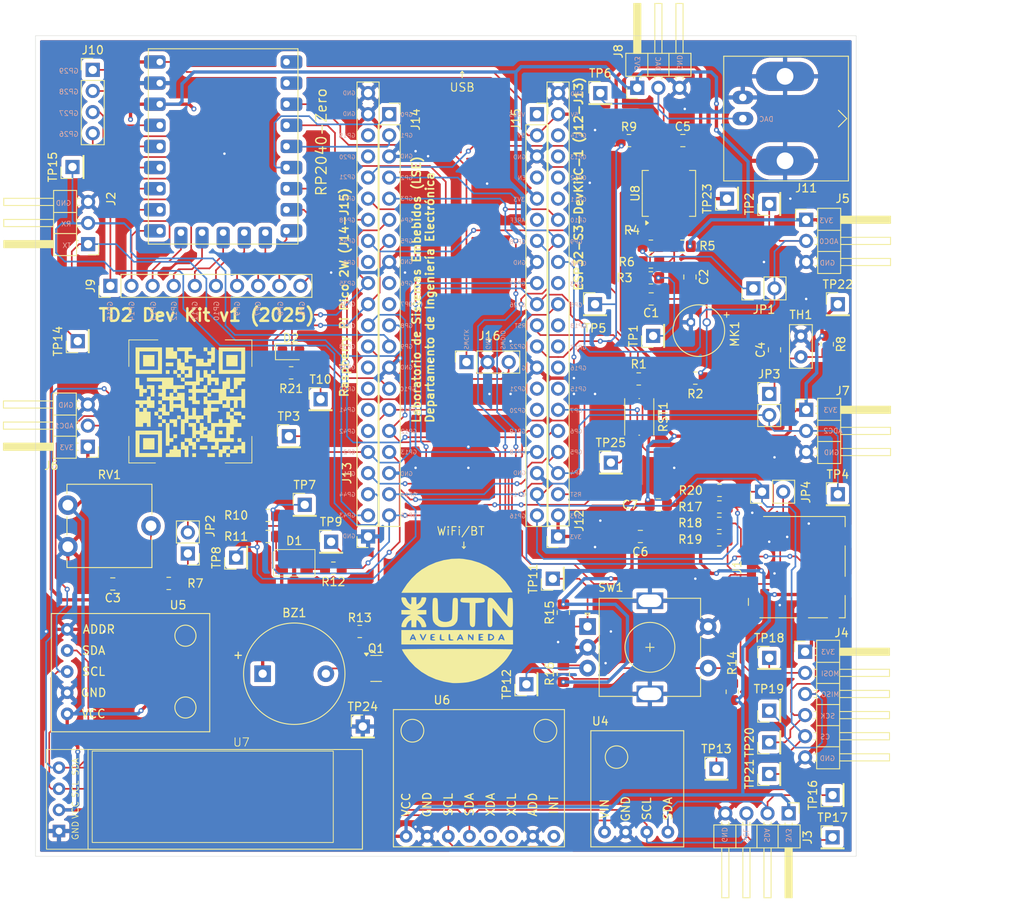
<source format=kicad_pcb>
(kicad_pcb (version 20241229) (generator "pcbnew") (generator_version "9.0")
  (title_block (title "TD2 Dev Kit") (date "2025-07-01") (rev "1") (company "UTN FRA LSE"))
  (layers (0 "F.Cu" signal) (2 "B.Cu" signal) (13 "F.Paste" user) (15 "B.Paste" user) (5 "F.SilkS" user "F.Silkscreen") (7 "B.SilkS" user "B.Silkscreen") (1 "F.Mask" user) (3 "B.Mask" user) (25 "Edge.Cuts" user))
  (net 0 "")
  (net 1 "+5V")
  (net 2 "Net-(BZ1--)")
  (net 3 "Net-(MK1-+)")
  (net 4 "Net-(C1-Pad2)")
  (net 5 "GND")
  (net 6 "Net-(C3-Pad1)")
  (net 7 "Net-(JP3-A)")
  (net 8 "+3.3V")
  (net 9 "Net-(D1-BK)")
  (net 10 "Net-(D1-GK)")
  (net 11 "Net-(D1-RK)")
  (net 12 "Net-(D2-K)")
  (net 13 "/LED_Y")
  (net 15 "/SPI_MOSI")
  (net 16 "Net-(J1-DAT3{slash}CD)")
  (net 18 "/SPI_SCK")
  (net 19 "/SPI_MISO")
  (net 20 "/I2C_SCL")
  (net 21 "/I2C_SDA")
  (net 22 "/SPI_CS")
  (net 23 "/ADC_0")
  (net 24 "/ADC_1")
  (net 25 "/ADC_2")
  (net 26 "/DAC")
  (net 27 "Net-(J9-Pin_10)")
  (net 28 "Net-(J9-Pin_9)")
  (net 29 "Net-(J9-Pin_7)")
  (net 30 "Net-(J9-Pin_4)")
  (net 31 "Net-(J9-Pin_8)")
  (net 32 "Net-(J9-Pin_3)")
  (net 33 "Net-(J9-Pin_2)")
  (net 34 "Net-(J9-Pin_1)")
  (net 35 "Net-(J9-Pin_6)")
  (net 36 "Net-(J9-Pin_5)")
  (net 37 "Net-(J10-Pin_2)")
  (net 38 "Net-(J10-Pin_4)")
  (net 39 "Net-(J10-Pin_3)")
  (net 40 "Net-(J10-Pin_1)")
  (net 41 "Net-(JP1-A)")
  (net 42 "Net-(JP2-A)")
  (net 43 "Net-(Q1-B)")
  (net 44 "/RST")
  (net 45 "/DAC{slash}PWM")
  (net 46 "/RGB_R")
  (net 47 "/RGB_G")
  (net 48 "/RGB_B")
  (net 49 "/BUZZ")
  (net 50 "/SW1")
  (net 51 "/SW2")
  (net 52 "/UART_TX")
  (net 53 "/UART_RX")
  (net 54 "/SWCLK")
  (net 55 "/DBG_TX")
  (net 56 "/DBG_RX")
  (net 57 "/SWDIO")
  (net 86 "/SW3")
  (net 87 "Net-(U8A-+)")
  (net 88 "Net-(U8B-+)")
  (net 89 "/MIC")
  (footprint "Connector_PinHeader_2.54mm:PinHeader_1x01_P2.54mm_Vertical" (layer "F.Cu") (at 124.46 54.61 90)
    (property "Reference" "TP23")
    (property "Value" "TestPoint_Alt")
  )
  (footprint "Connector_Coaxial:BNC_Amphenol_B6252HB-NPP3G-50_Horizontal" (layer "F.Cu") (at 126.365 44.975 -90)
    (property "Reference" "J11")
    (property "Value" "Conn_Coaxial")
  )
  (footprint "images:qr" (layer "F.Cu") (at 59.9 79.1)
    (property "Reference" "G***" (hide yes))
    (property "Value" "LOGO" (hide yes))
  )
  (footprint "Connector_PinHeader_2.54mm:PinHeader_1x02_P2.54mm_Vertical" (layer "F.Cu") (at 128.6764 89.8652 90)
    (property "Reference" "JP4")
    (property "Value" "Jumper_2_Small_Bridged")
  )
  (footprint "Connector_PinHeader_2.54mm:PinHeader_1x03_P2.54mm_Horizontal" (layer "F.Cu") (at 133.985 57.15)
    (property "Reference" "J5")
    (property "Value" "Conn_01x03")
  )
  (footprint "Connector_PinHeader_2.54mm:PinHeader_1x01_P2.54mm_Vertical" (layer "F.Cu") (at 100.33 113.03 90)
    (property "Reference" "TP12")
    (property "Value" "TestPoint_Alt")
  )
  (footprint "Connector_PinHeader_2.54mm:PinHeader_1x01_P2.54mm_Vertical" (layer "F.Cu") (at 129.54 55.245 90)
    (property "Reference" "TP2")
    (property "Value" "TestPoint_Alt")
  )
  (footprint "Resistor_SMD:R_0805_2012Metric_Pad1.20x1.40mm_HandSolder" (layer "F.Cu") (at 69.215 95.25)
    (property "Reference" "R11")
    (property "Value" "220")
  )
  (footprint "Resistor_SMD:R_0805_2012Metric_Pad1.20x1.40mm_HandSolder" (layer "F.Cu") (at 120.65 76.2)
    (property "Reference" "R2")
    (property "Value" "10k")
  )
  (footprint "Resistor_SMD:R_0805_2012Metric_Pad1.20x1.40mm_HandSolder" (layer "F.Cu") (at 69.215 92.71 180)
    (property "Reference" "R10")
    (property "Value" "220")
  )
  (footprint "Capacitor_SMD:C_0805_2012Metric_Pad1.18x1.45mm_HandSolder" (layer "F.Cu") (at 50.5675 100.965 180)
    (property "Reference" "C3")
    (property "Value" "100n")
  )
  (footprint "Connector_PinSocket_2.54mm:PinSocket_1x22_P2.54mm_Vertical" (layer "F.Cu") (at 104.14 95.25 180)
    (property "Reference" "J12")
    (property "Value" "Conn_01x22")
  )
  (footprint "Capacitor_SMD:C_0805_2012Metric_Pad1.18x1.45mm_HandSolder" (layer "F.Cu") (at 115.3375 66.675 180)
    (property "Reference" "C1")
    (property "Value" "100n")
  )
  (footprint "Connector_PinHeader_2.54mm:PinHeader_1x01_P2.54mm_Vertical" (layer "F.Cu") (at 123.19 123.19)
    (property "Reference" "TP13")
    (property "Value" "TestPoint_Alt")
  )
  (footprint "Buzzer_Beeper:Buzzer_12x9.5RM7.6" (layer "F.Cu") (at 68.6 111.76)
    (property "Reference" "BZ1")
    (property "Value" "Buzzer")
  )
  (footprint "Capacitor_THT:C_Disc_D5.0mm_W2.5mm_P2.50mm" (layer "F.Cu") (at 133.35 73.64 90)
    (property "Reference" "TH1")
    (property "Value" "10k")
  )
  (footprint "Connector_PinHeader_2.54mm:PinHeader_1x01_P2.54mm_Vertical" (layer "F.Cu") (at 129.54 109.855)
    (property "Reference" "TP18")
    (property "Value" "TestPoint_Alt")
  )
  (footprint "Connector_PinHeader_2.54mm:PinHeader_1x01_P2.54mm_Vertical" (layer "F.Cu") (at 45.72 50.8 90)
    (property "Reference" "TP15")
    (property "Value" "TestPoint_Alt")
  )
  (footprint "Connector_PinHeader_2.54mm:PinHeader_1x01_P2.54mm_Vertical" (layer "F.Cu") (at 129.54 116.205 90)
    (property "Reference" "TP19")
    (property "Value" "TestPoint_Alt")
  )
  (footprint "Resistor_SMD:R_0805_2012Metric_Pad1.20x1.40mm_HandSolder" (layer "F.Cu") (at 113.8428 76.3016 180)
    (property "Reference" "R1")
    (property "Value" "10k")
  )
  (footprint "Connector_PinHeader_2.54mm:PinHeader_1x01_P2.54mm_Vertical" (layer "F.Cu") (at 110.49 86.36)
    (property "Reference" "TP25")
    (property "Value" "TestPoint_Alt")
  )
  (footprint "Resistor_SMD:R_0805_2012Metric_Pad1.20x1.40mm_HandSolder" (layer "F.Cu") (at 72.025 75.565 180)
    (property "Reference" "R21")
    (property "Value" "220")
  )
  (footprint "LED_SMD:LED_0805_2012Metric_Pad1.15x1.40mm_HandSolder" (layer "F.Cu") (at 72 73.025)
    (property "Reference" "D2")
    (property "Value" "LED")
  )
  (footprint "Resistor_SMD:R_0805_2012Metric_Pad1.20x1.40mm_HandSolder" (layer "F.Cu") (at 115.3 60.325)
    (property "Reference" "R4")
    (property "Value" "R")
  )
  (footprint "Connector_PinSocket_2.54mm:PinSocket_1x22_P2.54mm_Vertical" (layer "F.Cu") (at 81.28 95.25 180)
    (property "Reference" "J13")
    (property "Value" "Conn_01x22")
  )
  (footprint "rp2040-zero:RP2040-Zero" (layer "F.Cu") (at 53.685 61.025)
    (property "Reference" "U3")
    (property "Value" "RP2040-Zero")
  )
  (footprint "Sensor_Audio:POM-2244P-C3310-2-R" (layer "F.Cu") (at 120.1175 69.485)
    (property "Reference" "MK1")
    (property "Value" "Microphone")
  )
  (footprint "Package_TO_SOT_SMD:SOT-23" (layer "F.Cu") (at 82.2475 111.125)
    (property "Reference" "Q1")
    (property "Value" "BC846")
  )
  (footprint "Connector_PinHeader_2.54mm:PinHeader_1x01_P2.54mm_Vertical" (layer "F.Cu") (at 108.585 67.31)
    (property "Reference" "TP5")
    (property "Value" "TestPoint_Alt")
  )
  (footprint "Button_Switch_SMD:SW_Push_1P1T_NO_Vertical_Wuerth_434133025816" (layer "F.Cu") (at 113.9018 80.8658 -90)
    (property "Reference" "RST1")
    (property "Value" "RST")
  )
  (footprint "Resistor_SMD:R_0805_2012Metric_Pad1.20x1.40mm_HandSolder" (layer "F.Cu") (at 80.28 106.68)
    (property "Reference" "R13")
    (property "Value" "1k")
  )
  (footprint "Resistor_SMD:R_0805_2012Metric_Pad1.20x1.40mm_HandSolder" (layer "F.Cu") (at 57.3 100.9 180)
    (property "Reference" "R7")
    (property "Value" "10")
  )
  (footprint "Capacitor_SMD:C_0805_2012Metric_Pad1.18x1.45mm_HandSolder" (layer "F.Cu") (at 119.1475 47.625)
    (property "Reference" "C5")
    (property "Value" "10n")
  )
  (footprint "Connector_PinHeader_2.54mm:PinHeader_1x01_P2.54mm_Vertical" (layer "F.Cu") (at 73.66 91.44)
    (property "Reference" "TP7")
    (property "Value" "TestPoint_Alt")
  )
  (footprint "Connector_PinHeader_2.54mm:PinHeader_1x01_P2.54mm_Vertical" (layer "F.Cu") (at 109.22 41.91)
    (property "Reference" "TP6")
    (property "Value" "TestPoint_Alt")
  )
  (footprint "Potentiometer_THT:Potentiometer_ACP_CA9-V10_Vertical" (layer "F.Cu") (at 45.165 96.48)
    (property "Reference" "RV1")
    (property "Value" "10k")
  )
  (footprint "Package_SO:SOIC-8_5.3x6.2mm_P1.27mm" (layer "F.Cu") (at 117.475 53.975 90)
    (property "Reference" "U8")
    (property "Value" "LM358")
  )
  (footprint "usini_sensors:module_bh1750" (layer "F.Cu") (at 45.085 116.586)
    (property "Reference" "U5")
    (property "Value" "BH1750")
  )
  (footprint "Rotary_Encoder:RotaryEncoder_Alps_EC11E-Switch_Vertical_H20mm" (layer "F.Cu") (at 107.685 106.085)
    (property "Reference" "SW1")
    (property "Value" "RotaryEncoder_Switch_MP")
  )
  (footprint "usini_sensors:module_bme280_alt" (layer "F.Cu") (at 117.348 130.81 90)
    (property "Reference" "U4")
    (property "Value" "BME280")
  )
  (footprint "Connector_PinHeader_2.54mm:PinHeader_1x04_P2.54mm_Horizontal" (layer "F.Cu") (at 131.8768 128.5586 -90)
    (property "Reference" "J3")
    (property "Value" "Conn_01x04")
  )
  (footprint "Connector_PinHeader_2.54mm:PinHeader_1x01_P2.54mm_Vertical" (layer "F.Cu") (at 129.54 120.015 90)
    (property "Reference" "TP20")
    (property "Value" "TestPoint_Alt")
  )
  (footprint "Connector_PinHeader_2.54mm:PinHeader_1x02_P2.54mm_Vertical" (layer "F.Cu") (at 129.54 78.105)
    (property "Reference" "JP3")
    (property "Value" "Jumper_2_Small_Bridged")
  )
  (footprint "Connector_PinHeader_2.54mm:PinHeader_1x03_P2.54mm_Horizontal" (layer "F.Cu") (at 113.665 41.275 90)
    (property "Reference" "J8")
    (property "Value" "Conn_01x03")
  )
  (footprint "Connector_PinHeader_2.54mm:PinHeader_1x03_P2.54mm_Horizontal" (layer "F.Cu") (at 47.6 60.08 180)
    (property "Reference" "J2")
    (property "Value" "Conn_01x03")
  )
  (footprint "Resistor_SMD:R_0805_2012Metric_Pad1.20x1.40mm_HandSolder" (layer "F.Cu") (at 112.665 47.625)
    (property "Reference" "R9")
    (property "Value" "10k")
  )
  (footprint "LED_SMD:LED_Avago_PLCC4_3.2x2.8mm_CW" (layer "F.Cu") (at 72.39 98.425)
    (property "Reference" "D1")
    (property "Value" "LED_GRBA")
  )
  (footprint "Connector_PinHeader_2.54mm:PinHeader_1x01_P2.54mm_Vertical" (layer "F.Cu") (at 137.795 67.31)
    (property "Reference" "TP22")
    (property "Value" "TestPoint_Alt")
  )
  (footprint "Resistor_SMD:R_0805_2012Metric_Pad1.20x1.40mm_HandSolder" (layer "F.Cu") (at 115.3 64.135)
    (property "Reference" "R3")
    (property "Value" "1k")
  )
  (footprint "Resistor_SMD:R_0805_2012Metric_Pad1.20x1.40mm_HandSolder" (layer "F.Cu") (at 123.5296 93.6752)
    (property "Reference" "R18")
    (property "Value" "10k")
  )
  (footprint "Connector_PinHeader_2.54mm:PinHeader_1x01_P2.54mm_Vertical" (layer "F.Cu") (at 76.835 95.885)
    (property "Reference" "TP9")
    (property "Value" "TestPoint_Alt")
  )
  (footprint "Connector_PinHeader_2.54mm:PinHeader_1x03_P2.54mm_Horizontal" (layer "F.Cu") (at 133.985 80.01)
    (property "Reference" "J7")
    (property "Value" "Conn_01x03")
  )
  (footprint "Resistor_SMD:R_0805_2012Metric_Pad1.20x1.40mm_HandSolder" (layer "F.Cu") (at 123.5616 89.7128)
    (property "Reference" "R20")
    (property "Value" "10k")
  )
  (footprint "custom-library:128x32-OLED" (layer "F.Cu") (at 44.095 123.063)
    (property "Reference" "U7")
    (property "Value" "~")
  )
  (footprint "Capacitor_SMD:C_0805_2012Metric_Pad1.18x1.45mm_HandSolder" (layer "F.Cu") (at 114.0375 95.25)
    (property "Reference" "C6")
    (property "Value" "1u")
  )
  (footprint "Connector_PinHeader_2.54mm:PinHeader_1x01_P2.54mm_Vertical" (layer "F.Cu") (at 137.16 126.365 90)
    (property "Reference" "TP16")
    (property "Value" "TestPoint_Alt")
  )
  (footprint "Connector_PinHeader_2.54mm:PinHeader_1x06_P2.54mm_Horizontal" (layer "F.Cu") (at 133.858 109.1184)
    (property "Reference" "J4")
    (property "Value" "Conn_01x06")
  )
  (footprint "Connector_PinHeader_2.54mm:PinHeader_1x02_P2.54mm_Vertical" (layer "F.Cu") (at 127.635 65.405 90)
    (property "Reference" "JP1")
    (property "Value" "Jumper_2_Small_Bridged")
  )
  (footprint "Connector_PinHeader_2.54mm:PinHeader_1x02_P2.54mm_Vertical" (layer "F.Cu") (at 59.6 97.3 180)
    (property "Reference" "JP2")
    (property "Value" "Jumper_2_Small_Bridged")
  )
  (footprint "Resistor_SMD:R_0805_2012Metric_Pad1.20x1.40mm_HandSolder" (layer "F.Cu") (at 119.11 60.325)
    (property "Reference" "R5")
    (property "Value" "100k")
  )
  (footprint "Connector_PinHeader_2.54mm:PinHeader_1x03_P2.54mm_Horizontal" (layer "F.Cu") (at 47.565 84.455 180)
    (property "Reference" "J6")
    (property "Value" "Conn_01x03")
  )
  (footprint "Connector_PinHeader_2.54mm:PinHeader_1x01_P2.54mm_Vertical" (layer "F.Cu") (at 71.755 83.185)
    (property "Reference" "TP3")
    (property "Value" "TestPoint_Alt")
  )
  (footprint "Resistor_SMD:R_0805_2012Metric_Pad1.20x1.40mm_HandSolder" (layer "F.Cu") (at 77.105 99.06 180)
    (property "Reference" "R12")
    (property "Value" "220")
  )
  (footprint "Connector_PinHeader_2.54mm:PinHeader_1x10_P2.54mm_Vertical" (layer "F.Cu") (at 50.28 65.1 90)
    (property "Reference" "J9")
    (property "Value" "Conn_01x10")
  )
  (footprint "Resistor_SMD:R_0805_2012Metric_Pad1.20x1.40mm_HandSolder" (layer "F.Cu") (at 136.525 72.12 -90)
    (property "Reference" "R8")
    (property "Value" "10k")
  )
  (footprint "Connector_PinHeader_2.54mm:PinHeader_1x01_P2.54mm_Vertical" (layer "F.Cu") (at 137.795 90.17)
    (property "Reference" "TP4")
    (property "Value" "TestPoint_Alt")
  )
  (footprint "Connector_PinHeader_2.54mm:PinHeader_1x04_P2.54mm_Vertical" (layer "F.Cu") (at 48.1584 39.116)
    (property "Reference" "J10")
    (property "Value" "Conn_01x04")
  )
  (footprint "Connector_PinHeader_2.54mm:PinHeader_1x01_P2.54mm_Vertical" (layer "F.Cu") (at 115.57 71.12 90)
    (property "Reference" "TP1")
    (property "Value" "TestPoint_Alt")
  )
  (footprint "usini_sensors:module_mpu6050" (layer "F.Cu") (at 103.632 131.318 90)
    (property "Reference" "U6")
    (property "Value" "MPU6050")
  )
  (footprint "Connector_PinHeader_2.54mm:PinHeader_1x01_P2.54mm_Vertical" (layer "F.Cu") (at 137.16 131.445)
    (property "Reference" "TP17")
    (property "Value" "TestPoint_Alt")
  )
  (footprint "Connector_PinHeader_2.54mm:PinHeader_1x01_P2.54mm_Vertical" (layer "F.Cu") (at 65.405 97.79 90)
    (property "Reference" "TP8")
    (property "Value" "TestPoint_Alt")
  )
  (footprint "Connector_PinSocket_2.54mm:PinSocket_1x03_P2.54mm_Vertical" (layer "F.Cu") (at 93.1164 74.2696 90)
    (property "Reference" "J16")
    (property "Value" "Conn_01x03")
  )
  (footprint "Connector_PinHeader_2.54mm:PinHeader_1x01_P2.54mm_Vertical" (layer "F.Cu") (at 103.505 100.33 90)
    (property "Reference" "TP11")
    (property "Value" "TestPoint_Alt")
  )
  (footprint "Connector_PinHeader_2.54mm:PinHeader_1x01_P2.54mm_Vertical" (layer "F.Cu") (at 75.565 78.74)
    (property "Reference" "T10")
    (property "Value" "TestPoint_Alt")
  )
  (footprint "Resistor_SMD:R_0805_2012Metric_Pad1.20x1.40mm_HandSolder" (layer "F.Cu") (at 125.095 113.935 90)
    (property "Reference" "R14")
    (property "Value" "4.7k")
  )
  (footprint "images:utn_logo" (layer "F.Cu") (at 92 105.4)
    (property "Reference" "G***" (hide yes))
    (property "Value" "LOGO" (hide yes))
  )
  (footprint "Resistor_SMD:R_0805_2012Metric_Pad1.20x1.40mm_HandSolder" (layer "F.Cu") (at 123.5456 91.694)
    (property "Reference" "R17")
    (property "Value" "10k")
  )
  (footprint "Connector_Card:microSD_HC_Molex_104031-0811" (layer "F.Cu") (at 132.8547 98.9584 90)
    (property "Reference" "J1")
    (property "Value" "Micro_SD_Card")
  )
  (footprint "Connector_PinHeader_2.54mm:PinHeader_1x01_P2.54mm_Vertical" (layer "F.Cu") (at 129.54 123.825 90)
    (property "Reference" "TP21")
    (property "Value" "TestPoint_Alt")
  )
  (footprint "Resistor_SMD:R_0805_2012Metric_Pad1.20x1.40mm_HandSolder" (layer "F.Cu") (at 115.3 62.23)
    (property "Reference" "R6")
    (property "Value" "100k")
  )
  (footprint "Resistor_SMD:R_0805_2012Metric_Pad1.20x1.40mm_HandSolder" (layer "F.Cu") (at 104.775 104.41 90)
    (property "Reference" "R15")
    (property "Value" "10k")
  )
  (footprint "Connector_PinSocket_2.54mm:PinSocket_1x20_P2.54mm_Vertical" (layer "F.Cu") (at 83.82 44.45)
    (property "Reference" "J14")
    (property "Value" "Conn_01x20")
  )
  (footprint "Connector_PinHeader_2.54mm:PinHeader_1x01_P2.54mm_Vertical" (layer "F.Cu") (at 80.645 118.11)
    (property "Reference" "TP24")
    (property "Value" "TestPoint_Alt")
  )
  (footprint "Capacitor_SMD:C_0805_2012Metric_Pad1.18x1.45mm_HandSolder" (layer "F.Cu") (at 130.175 72.7925 90)
    (property "Reference" "C4")
    (property "Value" "100n")
  )
  (footprint "Connector_PinHeader_2.54mm:PinHeader_1x01_P2.54mm_Vertical" (layer "F.Cu") (at 46.355 71.755 90)
    (property "Reference" "TP14")
    (property "Value" "TestPoint_Alt")
  )
  (footprint "Resistor_SMD:R_0805_2012Metric_Pad1.20x1.40mm_HandSolder" (layer "F.Cu") (at 123.5296 95.6564)
    (property "Reference" "R19")
    (property "Value" "10k")
  )
  (footprint "Resistor_SMD:R_0805_2012Metric_Pad1.20x1.40mm_HandSolder" (layer "F.Cu") (at 104.775 111.76 90)
    (property "Reference" "R16")
    (property "Value" "10k")
  )
  (footprint "Capacitor_SMD:C_0805_2012Metric_Pad1.18x1.45mm_HandSolder" (layer "F.Cu") (at 116.205 91.44)
    (property "Reference" "C7")
    (property "Value" "100n")
  )
  (footprint "Connector_PinSocket_2.54mm:PinSocket_1x20_P2.54mm_Vertical" (layer "F.Cu") (at 101.6 44.45)
    (property "Reference" "J15")
    (property "Value" "Conn_01x20")
  )
  (footprint "Capacitor_SMD:C_0805_2012Metric_Pad1.18x1.45mm_HandSolder" (layer "F.Cu") (at 120 64.0375 -90)
    (property "Reference" "C2")
    (property "Value" "10u")
  )
  (gr_line (start 67.3 71.6) (end 64.1 71.6) (stroke (width 0.1)) (layer "F.SilkS"))
  (gr_line (start 67.3 86.4) (end 67.3 83.2) (stroke (width 0.1)) (layer "F.SilkS"))
  (gr_line (start 67.3 71.6) (end 67.3 74.8) (stroke (width 0.1)) (layer "F.SilkS"))
  (gr_line (start 52.5 86.4) (end 55.7 86.4) (stroke (width 0.1)) (layer "F.SilkS"))
  (gr_line (start 52.5 86.4) (end 52.5 83.2) (stroke (width 0.1)) (layer "F.SilkS"))
  (gr_line (start 52.5 71.6) (end 56 71.6) (stroke (width 0.1)) (layer "F.SilkS"))
  (gr_line (start 52.5 71.6) (end 52.5 74.8) (stroke (width 0.1)) (layer "F.SilkS"))
  (gr_line (start 67.3 86.4) (end 64.1 86.4) (stroke (width 0.1)) (layer "F.SilkS"))
  (gr_rect (start 41.27 35) (end 140 133.73) (stroke (width 0.05)) (fill no) (layer "Edge.Cuts"))
  (gr_text "TD2 Dev Kit v1 (2025)" (at 48.7 69.5 0) (layer "F.SilkS") (effects (font (size 1.5 1.5) (thickness 0.3) (bold yes)) (justify left bottom)))
  (gr_text "↑\nUSB" (at 92.6 41.8 0) (layer "F.SilkS") (effects (font (size 1 1) (thickness 0.125)) (justify bottom)))
  (gr_text "Laboratorio de Sistemas Embebidos (LSE)\nDepartamento de Ingeniería Electrónica" (at 89.3 81.7 90) (layer "F.SilkS") (effects (font (size 1 1) (thickness 0.2) (bold yes)) (justify left bottom)))
  (gr_text "ESP32-S3-DevKitC-1 (J12-J13)" (at 107.2 65.8 90) (layer "F.SilkS") (effects (font (size 1 1) (thickness 0.2) (bold yes)) (justify left bottom)))
  (gr_text "WiFi/BT \n↓" (at 92.8 96.8 0) (layer "F.SilkS") (effects (font (size 1 1) (thickness 0.125)) (justify bottom)))
  (gr_text "Raspberry Pi Pico 2W (J14-J15)" (at 79 78.6 90) (layer "F.SilkS") (effects (font (size 1 1) (thickness 0.2) (bold yes)) (justify left bottom)))
  (gr_text "GP28" (at 46.5 42.1 0) (layer "B.SilkS") (effects (font (size 0.6 0.6) (thickness 0.075)) (justify left bottom mirror)))
  (gr_text "GP16" (at 100.3 93.1 0) (layer "B.SilkS") (effects (font (size 0.5 0.5) (thickness 0.0625)) (justify left bottom mirror)))
  (gr_text "5V" (at 100.2 47.3 0) (layer "B.SilkS") (effects (font (size 0.5 0.5) (thickness 0.0625)) (justify left bottom mirror)))
  (gr_text "SWCLK" (at 92.8 72.8 270) (layer "B.SilkS") (effects (font (size 0.5 0.5) (thickness 0.0625)) (justify left bottom mirror)))
  (gr_text "RX" (at 45.6 58 0) (layer "B.SilkS") (effects (font (size 0.6 0.6) (thickness 0.075)) (justify left bottom mirror)))
  (gr_text "GP17" (at 107.6 72.8 0) (layer "B.SilkS") (effects (font (size 0.5 0.5) (thickness 0.0625)) (justify left bottom mirror)))
  (gr_text "GP14" (at 53.2 66.9 90) (layer "B.SilkS") (effects (font (size 0.6 0.6) (thickness 0.075)) (justify left bottom mirror)))
  (gr_text "GP15" (at 107.6 77.8 0) (layer "B.SilkS") (effects (font (size 0.5 0.5) (thickness 0.0625)) (justify left bottom mirror)))
  (gr_text "GP27" (at 100.3 65.1 0) (layer "B.SilkS") (effects (font (size 0.5 0.5) (thickness 0.0625)) (justify left bottom mirror)))
  (gr_text "MISO" (at 138 114.6 0) (layer "B.SilkS") (effects (font (size 0.6 0.6) (thickness 0.075)) (justify left bottom mirror)))
  (gr_text "SDA" (at 128.9 132.1 270) (layer "B.SilkS") (effects (font (size 0.6 0.6) (thickness 0.075)) (justify left bottom mirror)))
  (gr_text "ADC0" (at 137.9 60.1 0) (layer "B.SilkS") (effects (font (size 0.6 0.6) (thickness 0.075)) (justify left bottom mirror)))
  (gr_text "GP1" (at 79.8 88 0) (layer "B.SilkS") (effects (font (size 0.5 0.5) (thickness 0.0625)) (justify left bottom mirror)))
  (gr_text "EN" (at 100.3 52.4 0) (layer "B.SilkS") (effects (font (size 0.5 0.5) (thickness 0.0625)) (justify left bottom mirror)))
  (gr_text "DAC" (at 130.1 45.4 0) (layer "B.SilkS") (effects (font (size 0.6 0.6) (thickness 0.075)) (justify left bottom mirror)))
  (gr_text "GND" (at 86.7 49.8 0) (layer "B.SilkS") (effects (font (size 0.5 0.5) (thickness 0.0625)) (justify left bottom mirror)))
  (gr_text "GP19" (at 100.3 82.9 0) (layer "B.SilkS") (effects (font (size 0.5 0.5) (thickness 0.0625)) (justify left bottom mirror)))
  (gr_text "GP48" (at 79.8 57.5 0) (layer "B.SilkS") (effects (font (size 0.5 0.5) (thickness 0.0625)) (justify left bottom mirror)))
  (gr_text "5V" (at 106.6 44.8 0) (layer "B.SilkS") (effects (font (size 0.5 0.5) (thickness 0.0625)) (justify left bottom mirror)))
  (gr_text "GP43" (at 79.8 93 0) (layer "B.SilkS") (effects (font (size 0.5 0.5) (thickness 0.0625)) (justify left bottom mirror)))
  (gr_text "SCL" (at 126.4 132.1 270) (layer "B.SilkS") (effects (font (size 0.6 0.6) (thickness 0.075)) (justify left bottom mirror)))
  (gr_text "GP11" (at 87.1 80.3 0) (layer "B.SilkS") (effects (font (size 0.5 0.5) (thickness 0.0625)) (justify left bottom mirror)))
  (gr_text "GP42" (at 79.8 82.9 0) (layer "B.SilkS") (effects (font (size 0.5 0.5) (thickness 0.0625)) (justify left bottom mirror)))
  (gr_text "3V3" (at 100.2 55 0) (layer "B.SilkS") (effects (font (size 0.5 0.5) (thickness 0.0625)) (justify left bottom mirror)))
  (gr_text "GP10" (at 63.4 66.9 90) (layer "B.SilkS") (effects (font (size 0.6 0.6) (thickness 0.075)) (justify left bottom mirror)))
  (gr_text "GP29" (at 46.5 39.6 0) (layer "B.SilkS") (effects (font (size 0.6 0.6) (thickness 0.075)) (justify left bottom mirror)))
  (gr_text "GP44" (at 79.8 90.5 0) (layer "B.SilkS") (effects (font (size 0.5 0.5) (thickness 0.0625)) (justify left bottom mirror)))
  (gr_text "GP40" (at 79.8 77.8 0) (layer "B.SilkS") (effects (font (size 0.5 0.5) (thickness 0.0625)) (justify left bottom mirror)))
  (gr_text "ADC1" (at 45.9 82.3 0) (layer "B.SilkS") (effects (font (size 0.6 0.6) (thickness 0.075)) (justify left bottom mirror)))
  (gr_text "GP21" (at 100.3 77.8 0) (layer "B.SilkS") (effects (font (size 0.5 0.5) (thickness 0.0625)) (justify left bottom mirror)))
  (gr_text "GP4" (at 86.7 57.5 0) (layer "B.SilkS") (effects (font (size 0.5 0.5) (thickness 0.0625)) (justify left bottom mirror)))
  (gr_text "GP14" (at 107.6 47.3 0) (layer "B.SilkS") (effects (font (size 0.5 0.5) (thickness 0.0625)) (justify left bottom mirror)))
  (gr_text "GP12" (at 87.2 82.9 0) (layer "B.SilkS") (effects (font (size 0.5 0.5) (thickness 0.0625)) (justify left bottom mirror)))
  (gr_text "GND" (at 79.8 42.2 0) (layer "B.SilkS") (effects (font (size 0.5 0.5) (thickness 0.0625)) (justify left bottom mirror)))
  (gr_text "GP7" (at 68.4 66.9 90) (layer "B.SilkS") (effects (font (size 0.6 0.6) (thickness 0.075)) (justify left bottom mirror)))
  (gr_text "GP13" (at 87.2 85.4 0) (layer "B.SilkS") (effects (font (size 0.5 0.5) (thickness 0.0625)) (justify left bottom mirror)))
  (gr_text "GND" (at 137.5 122.3 0) (layer "B.SilkS") (effects (font (size 0.6 0.6) (thickness 0.075)) (justify left bottom mirror)))
  (gr_text "GP18" (at 107.6 70.2 0) (layer "B.SilkS") (effects (font (size 0.5 0.5) (thickness 0.0625)) (justify left bottom mirror)))
  (gr_text "GP15" (at 87.2 93 0) (layer "B.SilkS") (effects (font (size 0.5 0.5) (thickness 0.0625)) (justify left bottom mirror)))
  (gr_text "GND" (at 107.2 42.3 0) (layer "B.SilkS") (effects (font (size 0.5 0.5) (thickness 0.0625)) (justify left bottom mirror)))
  (gr_text "ADC2" (at 138.4 82.9 0) (layer "B.SilkS") (effects (font (size 0.6 0.6) (thickness 0.075)) (justify left bottom mirror)))
  (gr_text "GP17" (at 100.3 90.5 0) (layer "B.SilkS") (effects (font (size 0.5 0.5) (thickness 0.0625)) (justify left bottom mirror)))
  (gr_text "3V3" (at 107 93.1 0) (layer "B.SilkS") (effects (font (size 0.5 0.5) (thickness 0.0625)) (justify left bottom mirror)))
  (gr_text "GP0" (at 79.8 62.6 0) (layer "B.SilkS") (effects (font (size 0.5 0.5) (thickness 0.0625)) (justify left bottom mirror)))
  (gr_text "TX" (at 45.6 60.6 0) (layer "B.SilkS") (effects (font (size 0.6 0.6) (thickness 0.075)) (justify left bottom mirror)))
  (gr_text "GP9" (at 107.1 60.1 0) (layer "B.SilkS") (effects (font (size 0.5 0.5) (thickness 0.0625)) (justify left bottom mirror)))
  (gr_text "3V3" (at 113.3 39.2 270) (layer "B.SilkS") (effects (font (size 0.6 0.6) (thickness 0.075)) (justify left bottom mirror)))
  (gr_text "GP4" (at 107.1 87.9 0) (layer "B.SilkS") (effects (font (size 0.5 0.5) (thickness 0.0625)) (justify left bottom mirror)))
  (gr_text "GP35" (at 79.8 65.1 0) (layer "B.SilkS") (effects (font (size 0.5 0.5) (thickness 0.0625)) (justify left bottom mirror)))
  (gr_text "GND" (at 118.4 39.2 270) (layer "B.SilkS") (effects (font (size 0.6 0.6) (thickness 0.075)) (justify left bottom mirror)))
  (gr_text "GP26" (at 100.3 67.7 0) (layer "B.SilkS") (effects (font (size 0.5 0.5) (thickness 0.0625)) (justify left bottom mirror)))
  (gr_text "GND" (at 79.8 95.5 0) (layer "B.SilkS") (effects (font (size 0.5 0.5) (thickness 0.0625)) (justify left bottom mirror)))
  (gr_text "GP11" (at 107.6 55 0) (layer "B.SilkS") (effects (font (size 0.5 0.5) (thickness 0.0625)) (justify left bottom mirror)))
  (gr_text "GND" (at 123.8 132.1 270) (layer "B.SilkS") (effects (font (size 0.6 0.6) (thickness 0.075)) (justify left bottom mirror)))
  (gr_text "GP20" (at 100.3 80.4 0) (layer "B.SilkS") (effects (font (size 0.5 0.5) (thickness 0.0625)) (justify left bottom mirror)))
  (gr_text "GP20" (at 79.8 49.9 0) (layer "B.SilkS") (effects (font (size 0.5 0.5) (thickness 0.0625)) (justify left bottom mirror)))
  (gr_text "RST" (at 100.3 70.2 0) (layer "B.SilkS") (effects (font (size 0.5 0.5) (thickness 0.0625)) (justify left bottom mirror)))
  (gr_text "GP6" (at 107.1 82.9 0) (layer "B.SilkS") (effects (font (size 0.5 0.5) (thickness 0.0625)) (justify left bottom mirror)))
  (gr_text "MOSI" (at 138 112.1 0) (layer "B.SilkS") (effects (font (size 0.6 0.6) (thickness 0.075)) (justify left bottom mirror)))
  (gr_text "GND" (at 86.7 88 0) (layer "B.SilkS") (effects (font (size 0.5 0.5) (thickness 0.0625)) (justify left bottom mirror)))
  (gr_text "GP36" (at 79.8 67.6 0) (layer "B.SilkS") (effects (font (size 0.5 0.5) (thickness 0.0625)) (justify left bottom mirror)))
  (gr_text "GP13" (at 55.8 66.9 90) (layer "B.SilkS") (effects (font (size 0.6 0.6) (thickness 0.075)) (justify left bottom mirror)))
  (gr_text "VBUS" (at 100.2 44.8 0) (layer "B.SilkS") (effects (font (size 0.5 0.5) (thickness 0.0625)) (justify left bottom mirror)))
  (gr_text "GP1" (at 86.7 47.3 0) (layer "B.SilkS") (effects (font (size 0.5 0.5) (thickness 0.0625)) (justify left bottom mirror)))
  (gr_text "G" (at 100.3 75.3 0) (layer "B.SilkS") (effects (font (size 0.5 0.5) (thickness 0.0625)) (justify left bottom mirror)))
  (gr_text "GP27" (at 46.5 44.7 0) (layer "B.SilkS") (effects (font (size 0.6 0.6) (thickness 0.075)) (justify left bottom mirror)))
  (gr_text "DAC" (at 115.8 39.3 270) (layer "B.SilkS") (effects (font (size 0.6 0.6) (thickness 0.075)) (justify left bottom mirror)))
  (gr_text "GP19" (at 79.8 47.3 0) (layer "B.SilkS") (effects (font (size 0.5 0.5) (thickness 0.0625)) (justify left bottom mirror)))
  (gr_text "3V3" (at 137.5 109.5 0) (layer "B.SilkS") (effects (font (size 0.6 0.6) (thickness 0.075)) (justify left bottom mirror)))
  (gr_text "GP2" (at 86.7 52.4 0) (layer "B.SilkS") (effects (font (size 0.5 0.5) (thickness 0.0625)) (justify left bottom mirror)))
  (gr_text "GP45" (at 79.8 60 0) (layer "B.SilkS") (effects (font (size 0.5 0.5) (thickness 0.0625)) (justify left bottom mirror)))
  (gr_text "GP18" (at 100.3 85.4 0) (layer "B.SilkS") (effects (font (size 0.5 0.5) (thickness 0.0625)) (justify left bottom mirror)))
  (gr_text "GP9" (at 86.7 72.7 0) (layer "B.SilkS") (effects (font (size 0.5 0.5) (thickness 0.0625)) (justify left bottom mirror)))
  (gr_text "GP8" (at 71.1 66.9 90) (layer "B.SilkS") (effects (font (size 0.6 0.6) (thickness 0.075)) (justify left bottom mirror)))
  (gr_text "GND" (at 86.7 62.5 0) (layer "B.SilkS") (effects (font (size 0.5 0.5) (thickness 0.0625)) (justify left bottom mirror)))
  (gr_text "3V3" (at 137.8 80.4 0) (layer "B.SilkS") (effects (font (size 0.6 0.6) (thickness 0.075)) (justify left bottom mirror)))
  (gr_text "GP8" (at 107.1 67.7 0) (layer "B.SilkS") (effects (font (size 0.5 0.5) (thickness 0.0625)) (justify left bottom mirror)))
  (gr_text "GND" (at 138 85.5 0) (layer "B.SilkS") (effects (font (size 0.6 0.6) (thickness 0.075)) (justify left bottom mirror)))
  (gr_text "GP2" (at 79.8 85.4 0) (layer "B.SilkS") (effects (font (size 0.5 0.5) (thickness 0.0625)) (justify left bottom mirror)))
  (gr_text "GND" (at 45.9 79.8 0) (layer "B.SilkS") (effects (font (size 0.6 0.6) (thickness 0.075)) (justify left bottom mirror)))
  (gr_text "GP13" (at 107.6 49.9 0) (layer "B.SilkS") (effects (font (size 0.5 0.5) (thickness 0.0625)) (justify left bottom mirror)))
  (gr_text "GP3" (at 86.7 54.9 0) (layer "B.SilkS") (effects (font (size 0.5 0.5) (thickness 0.0625)) (justify left bottom mirror)))
  (gr_text "GP8" (at 86.7 70.2 0) (layer "B.SilkS") (effects (font (size 0.5 0.5) (thickness 0.0625)) (justify left bottom mirror)))
  (gr_text "GP39" (at 79.8 75.2 0) (layer "B.SilkS") (effects (font (size 0.5 0.5) (thickness 0.0625)) (justify left bottom mirror)))
  (gr_text "GND" (at 100.3 87.9 0) (layer "B.SilkS") (effects (font (size 0.5 0.5) (thickness 0.0625)) (justify left bottom mirror)))
  (gr_text "RST" (at 107 90.5 0) (layer "B.SilkS") (effects (font (size 0.5 0.5) (thickness 0.0625)) (justify left bottom mirror)))
  (gr_text "GP5" (at 86.7 60 0) (layer "B.SilkS") (effects (font (size 0.5 0.5) (thickness 0.0625)) (justify left bottom mirror)))
  (gr_text "GP21" (at 79.8 52.3 0) (layer "B.SilkS") (effects (font (size 0.5 0.5) (thickness 0.0625)) (justify left bottom mirror)))
  (gr_text "GP28" (at 100.3 60.1 0) (layer "B.SilkS") (effects (font (size 0.5 0.5) (thickness 0.0625)) (justify left bottom mirror)))
  (gr_text "GND" (at 79.8 44.7 0) (layer "B.SilkS") (effects (font (size 0.5 0.5) (thickness 0.0625)) (justify left bottom mirror)))
  (gr_text "GND" (at 100.3 62.6 0) (layer "B.SilkS") (effects (font (size 0.5 0.5) (thickness 0.0625)) (justify left bottom mirror)))
  (gr_text "GP3" (at 107.1 65.2 0) (layer "B.SilkS") (effects (font (size 0.5 0.5) (thickness 0.0625)) (justify left bottom mirror)))
  (gr_text "GP37" (at 79.8 70.2 0) (layer "B.SilkS") (effects (font (size 0.5 0.5) (thickness 0.0625)) (justify left bottom mirror)))
  (gr_text "AREF" (at 100.2 57.5 0) (layer "B.SilkS") (effects (font (size 0.5 0.5) (thickness 0.0625)) (justify left bottom mirror)))
  (gr_text "GP12" (at 107.6 52.4 0) (layer "B.SilkS") (effects (font (size 0.5 0.5) (thickness 0.0625)) (justify left bottom mirror)))
  (gr_text "GND" (at 100.3 49.9 0) (layer "B.SilkS") (effects (font (size 0.5 0.5) (thickness 0.0625)) (justify left bottom mirror)))
  (gr_text "GP12" (at 58.3 66.9 90) (layer "B.SilkS") (effects (font (size 0.6 0.6) (thickness 0.075)) (justify left bottom mirror)))
  (gr_text "SWDIO" (at 97.2 72.8 270) (layer "B.SilkS") (effects (font (size 0.5 0.5) (thickness 0.0625)) (justify left bottom mirror)))
  (gr_text "GND" (at 137.5 62.7 0) (layer "B.SilkS") (effects (font (size 0.6 0.6) (thickness 0.075)) (justify left bottom mirror)))
  (gr_text "CS" (at 136.9 119.7 0) (layer "B.SilkS") (effects (font (size 0.6 0.6) (thickness 0.075)) (justify left bottom mirror)))
  (gr_text "3V3" (at 137.3 57.6 0) (layer "B.SilkS") (effects (font (size 0.6 0.6) (thickness 0.075)) (justify left bottom mirror)))
  (gr_text "GP26" (at 46.5 47.2 0) (layer "B.SilkS") (effects (font (size 0.6 0.6) (thickness 0.075)) (justify left bottom mirror)))
  (gr_text "GND" (at 95.4 72.8 270) (layer "B.SilkS") (effects (font (size 0.5 0.5) (thickness 0.0625)) (justify left bottom mirror)))
  (gr_text "GP5" (at 107.1 85.4 0) (layer "B.SilkS") (effects (font (size 0.5 0.5) (thickness 0.0625)) (justify left bottom mirror)))
  (gr_text "GP41" (at 79.8 80.3 0) (layer "B.SilkS") (effects (font (size 0.5 0.5) (thickness 0.0625)) (justify left bottom mirror)))
  (gr_text "GP22" (at 100.3 72.7 0) (layer "B.SilkS") (effects (font (size 0.5 0.5) (thickness 0.0625)) (justify left bottom mirror)))
  (gr_text "3V3" (at 45.9 84.9 0) (layer "B.SilkS") (effects (font (size 0.6 0.6) (thickness 0.075)) (justify left bottom mirror)))
  (gr_text "GP14" (at 87.2 90.5 0) (layer "B.SilkS") (effects (font (size 0.5 0.5) (thickness 0.0625)) (justify left bottom mirror)))
  (gr_text "GP6" (at 86.7 65.1 0) (layer "B.SilkS") (effects (font (size 0.5 0.5) (thickness 0.0625)) (justify left bottom mirror)))
  (gr_text "3V3" (at 131.5 132.1 270) (layer "B.SilkS") (effects (font (size 0.6 0.6) (thickness 0.075)) (justify left bottom mirror)))
  (gr_text "GP0" (at 86.7 44.8 0) (layer "B.SilkS") (effects (font (size 0.5 0.5) (thickness 0.0625)) (justify left bottom mirror)))
  (gr_text "GP16" (at 107.6 75.3 0) (layer "B.SilkS") (effects (font (size 0.5 0.5) (thickness 0.0625)) (justify left bottom mirror)))
  (gr_text "GP15" (at 50.6 66.9 90) (layer "B.SilkS") (effects (font (size 0.6 0.6) (thickness 0.075)) (justify left bottom mirror)))
  (gr_text "GND" (at 86.7 75.2 0) (layer "B.SilkS") (effects (font (size 0.5 0.5) (thickness 0.0625)) (justify left bottom mirror)))
  (gr_text "GP46" (at 107.6 62.7 0) (layer "B.SilkS") (effects (font (size 0.5 0.5) (thickness 0.0625)) (justify left bottom mirror)))
  (gr_text "GP10" (at 87.1 77.8 0) (layer "B.SilkS") (effects (font (size 0.5 0.5) (thickness 0.0625)) (justify left bottom mirror)))
  (gr_text "GP9" (at 65.9 66.9 90) (layer "B.SilkS") (effects (font (size 0.6 0.6) (thickness 0.075)) (justify left bottom mirror)))
  (gr_text "SCK" (at 137.5 117.2 0) (layer "B.SilkS") (effects (font (size 0.6 0.6) (thickness 0.075)) (justify left bottom mirror)))
  (gr_text "GP7" (at 86.7 67.6 0) (layer "B.SilkS") (effects (font (size 0.5 0.5) (thickness 0.0625)) (justify left bottom mirror)))
  (gr_text "3V3" (at 107 95.6 0) (layer "B.SilkS") (effects (font (size 0.5 0.5) (thickness 0.0625)) (justify left bottom mirror)))
  (gr_text "GND" (at 45.6 55.5 0) (layer "B.SilkS") (effects (font (size 0.6 0.6) (thickness 0.075)) (justify left bottom mirror)))
  (gr_text "GP47" (at 79.8 54.9 0) (layer "B.SilkS") (effects (font (size 0.5 0.5) (thickness 0.0625)) (justify left bottom mirror)))
  (gr_text "GP7" (at 107.1 80.4 0) (layer "B.SilkS") (effects (font (size 0.5 0.5) (thickness 0.0625)) (justify left bottom mirror)))
  (gr_text "GP10" (at 107.6 57.5 0) (layer "B.SilkS") (effects (font (size 0.5 0.5) (thickness 0.0625)) (justify left bottom mirror)))
  (gr_text "GP38" (at 79.8 72.7 0) (layer "B.SilkS") (effects (font (size 0.5 0.5) (thickness 0.0625)) (justify left bottom mirror)))
  (gr_text "GP11" (at 60.8 66.9 90) (layer "B.SilkS") (effects (font (size 0.6 0.6) (thickness 0.075)) (justify left bottom mirror)))
  (gr_text "GP6" (at 73.7 66.9 90) (layer "B.SilkS") (effects (font (size 0.6 0.6) (thickness 0.075)) (justify left bottom mirror)))
  (segment (start 115.57 46.355) (end 113.665 44.45) (width 0.4) (layer "F.Cu") (net 1))
  (segment (start 44.45 102.87) (end 43.18 101.6) (width 0.4) (layer "F.Cu") (net 1))
  (segment (start 111.125 44.45) (end 104.14 44.45) (width 0.4) (layer "F.Cu") (net 1))
  (segment (start 43.18 38.735) (end 45.085 36.83) (width 0.4) (layer "F.Cu") (net 1))
  (segment (start 112.395 38.735) (end 111.125 40.005) (width 0.4) (layer "F.Cu") (net 1))
  (segment (start 45.085 36.83) (end 51.435 36.83) (width 0.4) (layer "F.Cu") (net 1))
  (segment (start 68.6 111.76) (end 68.6 107.97) (width 0.4) (layer "F.Cu") (net 1))
  (segment (start 124.46 54.61) (end 122.555 54.61) (width 0.4) (layer "F.Cu") (net 1))
  (segment (start 121.285 39.37) (end 120.65 38.735) (width 0.4) (layer "F.Cu") (net 1))
  (segment (start 122.555 54.61) (end 121.285 53.34) (width 0.4) (layer "F.Cu") (net 1))
  (segment (start 121.285 45.72) (end 121.285 39.37) (width 0.4) (layer "F.Cu") (net 1))
  (segment (start 58.265 38.165) (end 56.225 38.165) (width 0.2) (layer "F.Cu") (net 1))
  (segment (start 111.76 53.975) (end 112.395 53.34) (width 0.4) (layer "F.Cu") (net 1))
  (segment (start 51.8025 37.1975) (end 52.705 38.1) (width 0.4) (layer "F.Cu") (net 1))
  (segment (start 99.7712 42.7736) (end 99.7712 46.228) (width 0.2) (layer "F.Cu") (net 1))
  (segment (start 96.3676 39.37) (end 99.7712 42.7736) (width 0.2) (layer "F.Cu") (net 1))
  (segment (start 51.435 36.83) (end 51.8025 37.1975) (width 0.4) (layer "F.Cu") (net 1))
  (segment (start 119.38 53.34) (end 121.285 51.435) (width 0.4) (layer "F.Cu") (net 1))
  (segment (start 63.5 102.87) (end 44.45 102.87) (width 0.4) (layer "F.Cu") (net 1))
  (segment (start 111.125 40.005) (end 111.125 44.45) (width 0.4) (layer "F.Cu") (net 1))
  (segment (start 121.285 51.435) (end 121.285 45.72) (width 0.4) (layer "F.Cu") (net 1))
  (segment (start 101.6 46.99) (end 104.14 44.45) (width 0.2) (layer "F.Cu") (net 1))
  (segment (start 121.285 53.34) (end 121.285 51.435) (width 0.4) (layer "F.Cu") (net 1))
  (segment (start 59.47 39.37) (end 58.265 38.165) (width 0.2) (layer "F.Cu") (net 1))
  (segment (start 112.395 53.34) (end 119.38 53.34) (width 0.4) (layer "F.Cu") (net 1))
  (segment (start 99.7712 46.228) (end 100.5332 46.99) (width 0.2) (layer "F.Cu") (net 1))
  (segment (start 43.18 101.6) (end 43.18 38.735) (width 0.4) (layer "F.Cu") (net 1))
  (segment (start 120.65 38.735) (end 112.395 38.735) (width 0.4) (layer "F.Cu") (net 1))
  (segment (start 60.4 39.37) (end 59.47 39.37) (width 0.2) (layer "F.Cu") (net 1))
  (segment (start 113.665 44.45) (end 111.125 44.45) (width 0.4) (layer "F.Cu") (net 1))
  (segment (start 60.4 39.37) (end 96.3676 39.37) (width 0.2) (layer "F.Cu") (net 1))
  (segment (start 117.548521 76.2) (end 111.76 70.41148) (width 0.4) (layer "F.Cu") (net 1))
  (segment (start 119.65 76.2) (end 117.548521 76.2) (width 0.4) (layer "F.Cu") (net 1))
  (segment (start 111.76 70.41148) (end 111.76 53.975) (width 0.4) (layer "F.Cu") (net 1))
  (segment (start 100.5332 46.99) (end 101.6 46.99) (width 0.2) (layer "F.Cu") (net 1))
  (segment (start 115.57 50.475) (end 115.57 46.355) (width 0.4) (layer "F.Cu") (net 1))
  (segment (start 51.8025 37.1975) (end 52.77 38.165) (width 0.4) (layer "F.Cu") (net 1))
  (segment (start 68.6 107.97) (end 63.5 102.87) (width 0.4) (layer "F.Cu") (net 1))
  (segment (start 52.77 38.165) (end 56.225 38.165) (width 0.4) (layer "F.Cu") (net 1))
  (segment (start 83.185 111.125) (end 76.835 111.125) (width 0.2) (layer "F.Cu") (net 2))
  (segment (start 76.835 111.125) (end 76.2 111.76) (width 0.2) (layer "F.Cu") (net 2))
  (segment (start 122.0175 67.4075) (end 121.285 66.675) (width 0.2) (layer "F.Cu") (net 3))
  (segment (start 122.0175 69.485) (end 122.0175 67.4075) (width 0.2) (layer "F.Cu") (net 3))
  (segment (start 121.285 66.675) (end 116.375 66.675) (width 0.2) (layer "F.Cu") (net 3))
  (via (at 121.285 75.565) (size 0.6) (drill 0.3) (layers "F.Cu" "B.Cu") (net 3))
  (segment (start 122.0175 69.485) (end 122.0175 74.8325) (width 0.2) (layer "B.Cu") (net 3))
  (segment (start 122.0175 74.8325) (end 121.285 75.565) (width 0.2) (layer "B.Cu") (net 3))
  (segment (start 114.3 66.675) (end 114.3 64.135) (width 0.2) (layer "F.Cu") (net 4))
  (segment (start 57.4 57.3) (end 53.249943 57.3) (width 0.2) (layer "F.Cu") (net 5))
  (segment (start 109.855 106.68) (end 110.49 106.68) (width 0.4) (layer "F.Cu") (net 5))
  (segment (start 127.4047 96.5634) (end 128.8616 96.5634) (width 0.4) (layer "F.Cu") (net 5))
  (segment (start 45.085 106.426) (end 49.276 106.426) (width 0.4) (layer "F.Cu") (net 5))
  (segment (start 58 54.7) (end 52.9 54.7) (width 0.2) (layer "F.Cu") (net 5))
  (segment (start 132.7 95.3) (end 134.3 93.7) (width 0.4) (layer "F.Cu") (net 5))
  (segment (start 102.87 50.8) (end 101.6 49.53) (width 0.2) (layer "F.Cu") (net 5))
  (segment (start 131.7 95.3) (end 132.7 95.3) (width 0.4) (layer "F.Cu") (net 5))
  (segment (start 58.2 54.5) (end 58 54.7) (width 0.2) (layer "F.Cu") (net 5))
  (segment (start 58.1 49.6) (end 52.6 49.6) (width 0.2) (layer "F.Cu") (net 5))
  (segment (start 107.685 108.585) (end 104.775 108.585) (width 0.4) (layer "F.Cu") (net 5))
  (segment (start 109.855 110.49) (end 109.59 110.49) (width 0.4) (layer "F.Cu") (net 5))
  (segment (start 105.4 50.8) (end 102.9 50.8) (width 0.2) (layer "F.Cu") (net 5))
  (segment (start 98.425 71.755) (end 95.885 71.755) (width 0.4) (layer "F.Cu") (net 5))
  (segment (start 80.01 78.74) (end 85.09 78.74) (width 0.2) (layer "F.Cu") (net 5))
  (segment (start 60 56.8) (end 60 61.2) (width 0.2) (layer "F.Cu") (net 5))
  (segment (start 57.4 57.3) (end 57.4 60.2) (width 0.2) (layer "F.Cu") (net 5))
  (segment (start 56.1 61.5) (end 54.5 61.5) (width 0.2) (layer "F.Cu") (net 5))
  (segment (start 57.7 52.2) (end 52.4 52.2) (width 0.2) (layer "F.Cu") (net 5))
  (segment (start 60 61.2) (end 59.5 61.7) (width 0.2) (layer "F.Cu") (net 5))
  (segment (start 107.685 108.585) (end 107.95 108.585) (width 0.4) (layer "F.Cu") (net 5))
  (segment (start 133.985 66.675) (end 131.445 64.135) (width 0.4) (layer "F.Cu") (net 5))
  (segment (start 52.949943 57.6) (end 52.5 57.6) (width 0.2) (layer "F.Cu") (net 5))
  (segment (start 45.085 106.426) (end 42.799 106.426) (width 0.4) (layer "F.Cu") (net 5))
  (segment (start 105.3 81.3) (end 92.6 81.3) (width 0.2) (layer "F.Cu") (net 5))
  (segment (start 85.09 63.5) (end 85.725 63.5) (width 0.4) (layer "F.Cu") (net 5))
  (segment (start 46.355 100.965) (end 49.53 100.965) (width 0.4) (layer "F.Cu") (net 5))
  (segment (start 102.87 76.2) (end 106.045 76.2) (width 0.4) (layer "F.Cu") (net 5))
  (segment (start 127.5 92.4) (end 127.5 92.9487) (width 0.4) (layer "F.Cu") (net 5))
  (segment (start 102.9 50.8) (end 102.5 50.4) (width 0.2) (layer "F.Cu") (net 5))
  (segment (start 113.03 62.23) (end 112.395 61.595) (width 0.4) (layer "F.Cu") (net 5))
  (segment (start 53.249943 57.3) (end 52.949943 57.6) (width 0.2) (layer "F.Cu") (net 5))
  (segment (start 56.225 40.705) (end 52.995 40.705) (width 0.4) (layer "F.Cu") (net 5))
  (segment (start 85.606872 74.295) (end 88.9 74.295) (width 0.4) (layer "F.Cu") (net 5))
  (segment (start 102.9 50.8) (end 102.87 50.8) (width 0.2) (layer "F.Cu") (net 5))
  (segment (start 101.6 74.93) (end 102.87 76.2) (width 0.4) (layer "F.Cu") (net 5))
  (segment (start 57.4 60.2) (end 56.1 61.5) (width 0.2) (layer "F.Cu") (net 5))
  (segment (start 57.7 57) (end 57.4 57.3) (width 0.2) (layer "F.Cu") (net 5))
  (segment (start 92.6 81.3) (end 92 81.9) (width 0.2) (layer "F.Cu") (net 5))
  (segment (start 45.165 96.48) (end 45.165 99.775) (width 0.4) (layer "F.Cu") (net 5))
  (segment (start 42.799 106.426) (end 42.545 106.68) (width 0.4) (layer "F.Cu") (net 5))
  (segment (start 98.425 78.105) (end 95.885 78.105) (width 0.4) (layer "F.Cu") (net 5))
  (segment (start 104.775 108.585) (end 104.14 107.95) (width 0.4) (layer "F.Cu") (net 5))
  (segment (start 53.5 47.1) (end 53.4 47.2) (width 0.2) (layer "F.Cu") (net 5))
  (segment (start 112.395 61.595) (end 112.395 59.055) (width 0.4) (layer "F.Cu") (net 5))
  (segment (start 114.3 62.23) (end 113.03 62.23) (width 0.4) (layer "F.Cu") (net 5))
  (segment (start 93.345 84.455) (end 93.345 86.995) (width 0.4) (layer "F.Cu") (net 5))
  (segment (start 52.4 52.2) (end 52.1 51.9) (width 0.2) (layer "F.Cu") (net 5))
  (segment (start 83.82 62.23) (end 85.09 63.5) (width 0.4) (layer "F.Cu") (net 5))
  (segment (start 131.445 64.135) (end 131.445 62.23) (width 0.4) (layer "F.Cu") (net 5))
  (segment (start 112.395 59.055) (end 113.03 58.42) (width 0.4) (layer "F.Cu") (net 5))
  (segment (start 85.125 73.813128) (end 85.606872 74.295) (width 0.4) (layer "F.Cu") (net 5))
  (segment (start 128.8616 96.5634) (end 129.54 95.885) (width 0.4) (layer "F.Cu") (net 5))
  (segment (start 107.95 108.585) (end 109.855 106.68) (width 0.4) (layer "F.Cu") (net 5))
  (segment (start 56.225 40.705) (end 59.205 40.705) (width 0.4) (layer "F.Cu") (net 5))
  (segment (start 45.165 99.775) (end 46.355 100.965) (width 0.4) (layer "F.Cu") (net 5))
  (segment (start 131.445 62.23) (end 128.905 62.23) (width 0.4) (layer "F.Cu") (net 5))
  (segment (start 127.5 92.9487) (end 127.7547 93.2034) (width 0.4) (layer "F.Cu") (net 5))
  (segment (start 49.276 106.426) (end 49.53 106.68) (width 0.4) (layer "F.Cu") (net 5))
  (segment (start 57.6 47.1) (end 53.5 47.1) (width 0.2) (layer "F.Cu") (net 5))
  (segment (start 107.685 108.585) (end 109.59 110.49) (width 0.4) (layer "F.Cu") (net 5))
  (via (at 119.38 43.815) (size 0.6) (drill 0.3) (layers "F.Cu" "B.Cu") (net 5))
  (via (at 108.585 46.355) (size 0.6) (drill 0.3) (layers "F.Cu" "B.Cu") (net 5))
  (via (at 64 49.2) (size 0.6) (drill 0.3) (layers "F.Cu" "B.Cu") (net 5))
  (via (at 132.08 54.61) (size 0.6) (drill 0.3) (layers "F.Cu" "B.Cu") (net 5))
  (via (at 42.545 106.68) (size 0.6) (drill 0.3) (layers "F.Cu" "B.Cu") (net 5))
  (via (at 85.125 73.813128) (size 0.6) (drill 0.3) (layers "F.Cu" "B.Cu") (net 5))
  (via (at 88.6 55.7) (size 0.6) (drill 0.3) (layers "F.Cu" "B.Cu") (net 5))
  (via (at 133.985 66.675) (size 0.6) (drill 0.3) (layers "F.Cu" "B.Cu") (net 5))
  (via (at 76.835 63.5) (size 0.6) (drill 0.3) (layers "F.Cu" "B.Cu") (net 5))
  (via (at 120.65 100.33) (size 0.6) (drill 0.3) (layers "F.Cu" "B.Cu") (net 5))
  (via (at 93.345 86.995) (size 0.6) (drill 0.3) (layers "F.Cu" "B.Cu") (net 5))
  (via (at 95.885 78.105) (size 0.6) (drill 0.3) (layers "F.Cu" "B.Cu") (net 5))
  (via (at 108.585 96.52) (size 0.6) (drill 0.3) (layers "F.Cu" "B.Cu") (net 5))
  (via (at 86.995 130.175) (size 0.6) (drill 0.3) (layers "F.Cu" "B.Cu") (net 5))
  (via (at 98.425 78.105) (size 0.6) (drill 0.3) (layers "F.Cu" "B.Cu") (net 5))
  (via (at 110.49 106.68) (size 0.6) (drill 0.3) (layers "F.Cu" "B.Cu") (net 5))
  (via (at 106.045 76.2) (size 0.6) (drill 0.3) (layers "F.Cu" "B.Cu") (net 5))
  (via (at 49.53 106.68) (size 0.6) (drill 0.3) (layers "F.Cu" "B.Cu") (net 5))
  (via (at 86.995 86.995) (size 0.6) (drill 0.3) (layers "F.Cu" "B.Cu") (net 5))
  (via (at 131.7 95.3) (size 0.6) (drill 0.3) (layers "F.Cu" "B.Cu") (net 5))
  (via (at 86.995 48.895) (size 0.6) (drill 0.3) (layers "F.Cu" "B.Cu") (net 5))
  (via (at 107.95 52.705) (size 0.6) (drill 0.3) (layers "F.Cu" "B.Cu") (net 5))
  (via (at 134.3 93.7) (size 0.6) (drill 0.3) (layers "F.Cu" "B.Cu") (net 5))
  (via (at 98.425 71.755) (size 0.6) (drill 0.3) (layers "F.Cu" "B.Cu") (net 5))
  (via (at 130.81 103.505) (size 0.6) (drill 0.3) (layers "F.Cu" "B.Cu") (net 5))
  (via (at 128.905 62.23) (size 0.6) (drill 0.3) (layers "F.Cu" "B.Cu") (net 5))
  (via (at 127.5 92.4) (size 0.6) (drill 0.3) (layers "F.Cu" "B.Cu") (net 5))
  (via (at 85.725 63.5) (size 0.6) (drill 0.3) (layers "F.Cu" "B.Cu") (net 5))
  (via (at 129.54 95.885) (size 0.6) (drill 0.3) (layers "F.Cu" "B.Cu") (net 5))
  (via (at 104.14 107.95) (size 0.6) (drill 0.3) (layers "F.Cu" "B.Cu") (net 5))
  (via (at 108.585 78.105) (size 0.6) (drill 0.3) (layers "F.Cu" "B.Cu") (net 5))
  (via (at 130.175 85.725) (size 0.6) (drill 0.3) (layers "F.Cu" "B.Cu") (net 5))
  (via (at 109.22 93.345) (size 0.6) (drill 0.3) (layers "F.Cu" "B.Cu") (net 5))
  (via (at 118.11 86.995) (size 0.6) (drill 0.3) (layers "F.Cu" "B.Cu") (net 5))
  (via (at 95.885 71.755) (size 0.6) (drill 0.3) (layers "F.Cu" "B.Cu") (net 5))
  (via (at 109.855 110.49) (size 0.6) (drill 0.3) (layers "F.Cu" "B.Cu") (net 5))
  (via (at 88.5 49.5) (size 0.6) (drill 0.3) (layers "F.Cu" "B.Cu") (net 5))
  (via (at 130.175 99.695) (size 0.6) (drill 0.3) (layers "F.Cu" "B.Cu") (net 5))
  (via (at 113.03 58.42) (size 0.6) (drill 0.3) (layers "F.Cu" "B.Cu") (net 5))
  (via (at 95.6 52.8) (size 0.6) (drill 0.3) (layers "F.Cu" "B.Cu") (net 5))
  (via (at 88.9 74.295) (size 0.6) (drill 0.3) (layers "F.Cu" "B.Cu") (net 5))
  (via (at 93.345 84.455) (size 0.6) (drill 0.3) (layers "F.Cu" "B.Cu") (net 5))
  (via (at 106.045 78.105) (size 0.6) (drill 0.3) (layers "F.Cu" "B.Cu") (net 5))
  (segment (start 86.36 87.63) (end 86.995 86.995) (width 0.4) (layer "B.Cu") (net 5))
  (segment (start 107.95 88.9) (end 102.87 88.9) (width 0.2) (layer "B.Cu") (net 5))
  (segment (start 85.125 73.813128) (end 84.008128 74.93) (width 0.4) (layer "B.Cu") (net 5))
  (segment (start 84.008128 74.93) (end 83.82 74.93) (width 0.4) (layer "B.Cu") (net 5))
  (segment (start 102.87 88.9) (end 101.6 87.63) (width 0.2) (layer "B.Cu") (net 5))
  (segment (start 106.045 78.105) (end 108.585 78.105) (width 0.2) (layer "B.Cu") (net 5))
  (segment (start 81.28 44.45) (end 83.82 41.91) (width 0.4) (layer "B.Cu") (net 5))
  (segment (start 83.82 49.53) (end 86.36 49.53) (width 0.4) (layer "B.Cu") (net 5))
  (segment (start 83.82 87.63) (end 86.36 87.63) (width 0.4) (layer "B.Cu") (net 5))
  (segment (start 83.82 62.23) (end 82.55 63.5) (width 0.4) (layer "B.Cu") (net 5))
  (segment (start 86.36 49.53) (end 86.995 48.895) (width 0.4) (layer "B.Cu") (net 5))
  (segment (start 82.55 63.5) (end 76.835 63.5) (width 0.4) (layer "B.Cu") (net 5))
  (segment (start 83.82 41.91) (end 85.09 41.91) (width 0.4) (layer "B.Cu") (net 5))
  (segment (start 55.1525 99.1525) (end 55.245 99.06) (width 0.2) (layer "F.Cu") (net 6))
  (segment (start 55.1525 99.7525) (end 55.1525 99.1525) (width 0.2) (layer "F.Cu") (net 6))
  (segment (start 55.245 99.06) (end 55.165 98.98) (width 0.2) (layer "F.Cu") (net 6))
  (segment (start 53.34 100.965) (end 55.1525 99.1525) (width 0.2) (layer "F.Cu") (net 6))
  (segment (start 56.3 100.9) (end 55.1525 99.7525) (width 0.2) (layer "F.Cu") (net 6))
  (segment (start 51.605 100.965) (end 53.34 100.965) (width 0.2) (layer "F.Cu") (net 6))
  (segment (start 55.165 98.98) (end 55.165 93.98) (width 0.2) (layer "F.Cu") (net 6))
  (segment (start 130.175 73.83) (end 130.175 77.47) (width 0.2) (layer "F.Cu") (net 7))
  (segment (start 136.525 73.12) (end 135.985 73.66) (width 0.2) (layer "F.Cu") (net 7))
  (segment (start 130.175 73.83) (end 133.16 73.83) (width 0.2) (layer "F.Cu") (net 7))
  (segment (start 135.985 73.66) (end 133.37 73.66) (width 0.2) (layer "F.Cu") (net 7))
  (segment (start 130.175 77.47) (end 129.54 78.105) (width 0.2) (layer "F.Cu") (net 7))
  (segment (start 133.16 73.83) (end 133.35 73.64) (width 0.2) (layer "F.Cu") (net 7))
  (segment (start 133.37 73.66) (end 133.35 73.64) (width 0.2) (layer "F.Cu") (net 7))
  (segment (start 134.62 102.87) (end 133.985 102.235) (width 0.4) (layer "F.Cu") (net 8))
  (segment (start 45.085 116.586) (end 45.085 119.253) (width 0.4) (layer "F.Cu") (net 8))
  (segment (start 135.255 57.15) (end 133.985 57.15) (width 0.4) (layer "F.Cu") (net 8))
  (segment (start 121.285 98.425) (end 121.285 96.901) (width 0.4) (layer "F.Cu") (net 8))
  (segment (start 123.19 99.695) (end 122.555 99.695) (width 0.4) (layer "F.Cu") (net 8))
  (segment (start 46.355 120.523) (end 46.355 121.158) (width 0.4) (layer "F.Cu") (net 8))
  (segment (start 128.5875 99.3775) (end 127.9734 98.7634) (width 0.4) (layer "F.Cu") (net 8))
  (segment (start 53.555 43.245) (end 52.705 44.095) (width 0.4) (layer "F.Cu") (net 8))
  (segment (start 114.8428 76.3016) (end 115.6716 76.3016) (width 0.4) (layer "F.Cu") (net 8))
  (segment (start 56.225 43.245) (end 59.755 43.245) (width 0.4) (layer "F.Cu") (net 8))
  (segment (start 115.1675 91.44) (end 113.665 91.44) (width 0.4) (layer "F.Cu") (net 8))
  (segment (start 59.755 43.245) (end 60.325 43.815) (width 0.4) (layer "F.Cu") (net 8))
  (segment (start 127.9734 98.7634) (end 127.4047 98.7634) (width 0.4) (layer "F.Cu") (net 8))
  (segment (start 113.665 91.44) (end 113.03 92.075) (width 0.4) (layer "F.Cu") (net 8))
  (segment (start 122.5296 93.6752) (end 122.5296 95.6564) (width 0.4) (layer "F.Cu") (net 8))
  (segment (start 132.08 82.55) (end 132.08 80.645) (width 0.4) (layer "F.Cu") (net 8))
  (segment (start 122.555 99.695) (end 121.285 98.425) (width 0.4) (layer "F.Cu") (net 8))
  (segment (start 45.085 119.253) (end 46.355 120.523) (width 0.4) (layer "F.Cu") (net 8))
  (segment (start 115.6716 76.3016) (end 116.84 77.47) (width 0.4) (layer "F.Cu") (net 8))
  (segment (start 121.285 96.901) (end 122.5296 95.6564) (width 0.4) (layer "F.Cu") (net 8))
  (segment (start 55.245 114.935) (end 69.215 114.935) (width 0.4) (layer "F.Cu") (net 8))
  (segment (start 135.89 57.785) (end 135.89 71.12) (width 0.4) (layer "F.Cu") (net 8))
  (segment (start 113.03 99.06) (end 112.395 99.695) (width 0.4) (layer "F.Cu") (net 8))
  (segment (start 46.315 91.48) (end 45.165 91.48) (width 0.4) (layer "F.Cu") (net 8))
  (segment (start 132.715 80.01) (end 133.985 80.01) (width 0.4) (layer "F.Cu") (net 8))
  (segment (start 133.858 109.1184) (end 134.62 108.3564) (width 0.4) (layer "F.Cu") (net 8))
  (segment (start 47.565 84.455) (end 47.565 90.23) (width 0.4) (layer "F.Cu") (net 8))
  (segment (start 136.525 71.12) (end 136.525 68.58) (width 0.4) (layer "F.Cu") (net 8))
  (segment (start 116.5352 93.6752) (end 122.5296 93.6752) (width 0.4) (layer "F.Cu") (net 8))
  (segment (start 112.395 99.695) (end 111.76 100.33) (width 0.4) (layer "F.Cu") (net 8))
  (segment (start 69.215 114.935) (end 70.89 113.26) (width 0.4) (layer "F.Cu") (net 8))
  (segment (start 116.84 77.47) (end 116.84 81.915) (width 0.4) (layer "F.Cu") (net 8))
  (segment (start 122.5456 91.694) (end 122.5456 93.6592) (width 0.4) (layer "F.Cu") (net 8))
  (segment (start 66.04 131.318) (end 85.852 131.318) (width 0.4) (layer "F.Cu") (net 8))
  (segment (start 131.445 83.185) (end 132.08 82.55) (width 0.4) (layer "F.Cu") (net 8))
  (segment (start 47.565 90.23) (end 46.315 91.48) (width 0.4) (layer "F.Cu") (net 8))
  (segment (start 113.03 95.25) (end 104.14 95.25) (width 0.4) (layer "F.Cu") (net 8))
  (segment (start 122.5456 93.6592) (end 122.5296 93.6752) (width 0.4) (layer "F.Cu") (net 8))
  (segment (start 134.62 108.3564) (end 134.62 102.87) (width 0.4) (layer "F.Cu") (net 8))
  (segment (start 118.11 83.185) (end 131.445 83.185) (width 0.4) (layer "F.Cu") (net 8))
  (segment (start 52.705 44.095) (end 52.705 45.085) (width 0.4) (layer "F.Cu") (net 8))
  (segment (start 122.5616 91.678) (end 122.5456 91.694) (width 0.4) (layer "F.Cu") (net 8))
  (segment (start 111.76 100.33) (end 110.49 100.33) (width 0.4) (layer "F.Cu") (net 8))
  (segment (start 115.1675 91.44) (end 115.1675 92.3075) (width 0.4) (layer "F.Cu") (net 8))
  (segment (start 44.095 128.143) (end 62.865 128.143) (width 0.4) (layer "F.Cu") (net 8))
  (segment (start 133.985 102.235) (end 130.175 102.235) (width 0.4) (layer "F.Cu") (net 8))
  (segment (start 56.225 43.245) (end 53.555 43.245) (width 0.4) (layer "F.Cu") (net 8))
  (segment (start 70.89 113.26) (end 70.89 99.175) (width 0.4) (layer "F.Cu") (net 8))
  (segment (start 116.84 81.915) (end 118.11 83.185) (width 0.4) (layer "F.Cu") (net 8))
  (segment (start 123.19 46.355) (end 123.19 43.18) (width 0.4) (layer "F.Cu") (net 8))
  (segment (start 115.1675 92.3075) (end 116.5352 93.6752) (width 0.4) (layer "F.Cu") (net 8))
  (segment (start 135.89 57.785) (end 135.255 57.15) (width 0.4) (layer "F.Cu") (net 8))
  (segment (start 53.975 116.205) (end 55.245 114.935) (width 0.4) (layer "F.Cu") (net 8))
  (segment (start 62.865 128.143) (end 66.04 131.318) (width 0.4) (layer "F.Cu") (net 8))
  (segment (start 113.03 92.075) (end 113.03 95.25) (width 0.4) (layer "F.Cu") (net 8))
  (segment (start 136.525 68.58) (end 137.795 67.31) (width 0.4) (layer "F.Cu") (net 8))
  (segment (start 104.14 95.25) (end 104.14 92.71) (width 0.4) (layer "F.Cu") (net 8))
  (segment (start 122.5616 89.7128) (end 122.5616 91.678) (width 0.4) (layer "F.Cu") (net 8))
  (segment (start 132.08 80.645) (end 132.715 80.01) (width 0.4) (layer "F.Cu") (net 8))
  (segment (start 113.03 95.25) (end 113.03 99.06) (width 0.4) (layer "F.Cu") (net 8))
  (via (at 128.5875 99.3775) (size 0.6) (drill 0.3) (layers "F.Cu" "B.Cu") (net 8))
  (via (at 125.73 114.935) (size 0.6) (drill 0.3) (layers "F.Cu" "B.Cu") (net 8))
  (via (at 60.325 43.815) (size 0.6) (drill 0.3) (layers "F.Cu" "B.Cu") (net 8))
  (via (at 123.19 99.695) (size 0.6) (drill 0.3) (layers "F.Cu" "B.Cu") (net 8))
  (via (at 120.015 60.325) (size 0.6) (drill 0.3) (layers "F.Cu" "B.Cu") (net 8))
  (via (at 46.355 121.158) (size 0.6) (drill 0.3) (layers "F.Cu" "B.Cu") (net 8))
  (via (at 135.89 71.12) (size 0.6) (drill 0.3) (layers "F.Cu" "B.Cu") (net 8))
  (via (at 123.19 43.18) (size 0.6) (drill 0.3) (layers "F.Cu" "B.Cu") (net 8))
  (via (at 110.49 100.33) (size 0.6) (drill 0.3) (layers "F.Cu" "B.Cu") (net 8))
  (via (at 130.175 102.235) (size 0.6) (drill 0.3) (layers "F.Cu" "B.Cu") (net 8))
  (via (at 123.19 46.355) (size 0.6) (drill 0.3) (layers "F.Cu" "B.Cu") (net 8))
  (via (at 52.705 45.085) (size 0.6) (drill 0.3) (layers "F.Cu" "B.Cu") (net 8))
  (via (at 118.11 83.185) (size 0.6) (drill 0.3) (layers "F.Cu" "B.Cu") (net 8))
  (via (at 53.975 116.205) (size 0.6) (drill 0.3) (layers "F.Cu" "B.Cu") (net 8))
  (via (at 114.935 90.805) (size 0.6) (drill 0.3) (layers "F.Cu" "B.Cu") (net 8))
  (via (at 104.775 103.41) (size 0.6) (drill 0.3) (layers "F.Cu" "B.Cu") (net 8))
  (via (at 104.775 112.76) (size 0.6) (drill 0.3) (layers "F.Cu" "B.Cu") (net 8))
  (segment (start 133.985 80.01) (end 133.985 76.835) (width 0.4) (layer "B.Cu") (net 8))
  (segment (start 46.355 121.158) (end 46.355 127.508) (width 0.4) (layer "B.Cu") (net 8))
  (segment (start 112.486 104.866) (end 111.03 103.41) (width 0.4) (layer "B.Cu") (net 8))
  (segment (start 87.4903 127.7747) (end 110.6297 127.7747) (width 0.4) (layer "B.Cu") (net 8))
  (segment (start 126.365 108.585) (end 126.365 114.3) (width 0.4) (layer "B.Cu") (net 8))
  (segment (start 110.49 100.33) (end 107.315 100.33) (width 0.4) (layer "B.Cu") (net 8))
  (segment (start 126.365 114.3) (end 125.73 114.935) (width 0.4) (layer "B.Cu") (net 8))
  (segment (start 58.8975 40.7975) (end 58.8975 42.9025) (width 0.4) (layer "B.Cu") (net 8))
  (segment (start 113.665 41.275) (end 112.395 41.275) (width 0.4) (layer "B.Cu") (net 8))
  (segment (start 99.695 38.735) (end 99.06 39.37) (width 0.4) (layer "B.Cu") (net 8))
  (segment (start 128.27 106.68) (end 126.365 108.585) (width 0.4) (layer "B.Cu") (net 8))
  (segment (start 85.852 131.318) (end 85.852 129.413) (width 0.4) (layer "B.Cu") (net 8))
  (segment (start 110.125 112.76) (end 112.486 110.399) (width 0.4) (layer "B.Cu") (net 8))
  (segment (start 116.205 83.82) (end 115.57 83.82) (width 0.4) (layer "B.Cu") (net 8))
  (segment (start 127 57.15) (end 122.555 57.15) (width 0.4) (layer "B.Cu") (net 8))
  (segment (start 107.315 100.33) (end 104.775 102.87) (width 0.4) (layer "B.Cu") (net 8))
  (segment (start 129.54 102.235) (end 129.54 105.41) (width 0.4) (layer "B.Cu") (net 8))
  (segment (start 58.8975 42.9025) (end 58.555 43.245) (width 0.4) (layer "B.Cu") (net 8))
  (segment (start 134.62 76.2) (end 135.255 75.565) (width 0.4) (layer "B.Cu") (net 8))
  (segment (start 131.8768 128.5586) (end 131.8768 127.2032) (width 0.4) (layer "B.Cu") (net 8))
  (segment (start 45.085 116.586) (end 53.594 116.586) (width 0.4) (layer "B.Cu") (net 8))
  (segment (start 46.99 115.57) (end 45.974 116.586) (width 0.4) (layer "B.Cu") (net 8))
  (segment (start 112.0648 126.3396) (end 110.6297 127.7747) (width 0.4) (layer "B.Cu") (net 8))
  (segment (start 45.72 128.143) (end 44.095 128.143) (width 0.4) (layer "B.Cu") (net 8))
  (segment (start 126.365 126.3396) (end 126.365 115.57) (width 0.4) (layer "B.Cu") (net 8))
  (segment (start 46.99 93.305) (end 46.99 115.57) (width 0.4) (layer "B.Cu") (net 8))
  (segment (start 123.5075 99.3775) (end 123.19 99.695) (width 0.4) (layer "B.Cu") (net 8))
  (segment (start 128.5875 99.3775) (end 123.5075 99.3775) (width 0.4) (layer "B.Cu") (net 8))
  (segment (start 128.905 101.6) (end 128.905 99.695) (width 0.4) (layer "B.Cu") (net 8))
  (segment (start 118.11 83.185) (end 117.475 83.82) (width 0.4) (layer "B.Cu") (net 8))
  (segment (start 109.728 128.6764) (end 109.728 130.81) (width 0.4) (layer "B.Cu") (net 8))
  (segment (start 122.555 39.37) (end 114.3 39.37) (width 0.4) (layer "B.Cu") (net 8))
  (segment (start 58.555 43.245) (end 56.225 43.245) (width 0.4) (layer "B.Cu") (net 8))
  (segment (start 104.775 102.87) (end 104.775 103.41) (width 0.4) (layer "B.Cu") (net 8))
  (segment (start 135.255 71.755) (end 135.89 71.12) (width 0.4) (layer "B.Cu") (net 8))
  (segment (start 114.935 84.455) (end 114.935 90.805) (width 0.4) (layer "B.Cu") (net 8))
  (segment (start 129.54 102.235) (end 128.905 101.6) (width 0.4) (layer "B.Cu") (net 8))
  (segment (start 129.54 105.41) (end 128.27 106.68) (width 0.4) (layer "B.Cu") (net 8))
  (segment (start 126.365 126.3396) (end 112.0648 126.3396) (width 0.4) (layer "B.Cu") (net 8))
  (segment (start 85.852 129.413) (end 87.4903 127.7747) (width 0.4) (layer "B.Cu") (net 8))
  (segment (start 128.905 99.695) (end 128.5875 99.3775) (width 0.4) (layer "B.Cu") (net 8))
  (segment (start 45.974 116.586) (end 45.085 116.586) (width 0.4) (layer "B.Cu") (net 8))
  (segment (start 116.84 83.82) (end 116.205 83.82) (width 0.4) (layer "B.Cu") (net 8))
  (segment (start 114.3 39.37) (end 113.665 40.005) (width 0.4) (layer "B.Cu") (net 8))
  (segment (start 130.175 102.235) (end 129.54 102.235) (width 0.4) (layer "B.Cu") (net 8))
  (segment (start 131.0132 126.3396) (end 126.365 126.3396) (width 0.4) (layer "B.Cu") (net 8))
  (segment (start 131.8768 127.2032) (end 131.0132 126.3396) (width 0.4) (layer "B.Cu") (net 8))
  (segment (start 99.06 39.37) (end 99.06 52.07) (width 0.4) (layer "B.Cu") (net 8))
  (segment (start 99.06 39.37) (end 60.325 39.37) (width 0.4) (layer "B.Cu") (net 8))
  (segment (start 109.855 38.735) (end 99.695 38.735) (width 0.4) (layer "B.Cu") (net 8))
  (segment (start 85.852 130.683) (end 85.852 131.318) (width 0.4) (layer "B.Cu") (net 8))
  (segment (start 115.57 83.82) (end 114.935 84.455) (width 0.4) (layer "B.Cu") (net 8))
  (segment (start 104.775 112.76) (end 110.125 112.76) (width 0.4) (layer "B.Cu") (net 8))
  (segment (start 123.19 40.005) (end 122.555 39.37) (width 0.4) (layer "B.Cu") (net 8))
  (segment (start 117.475 83.82) (end 116.84 83.82) (width 0.4) (layer "B.Cu") (net 8))
  (segment (start 113.665 40.005) (end 113.665 41.275) (width 0.4) (layer "B.Cu") (net 8))
  (segment (start 123.19 43.18) (end 123.19 40.005) (width 0.4) (layer "B.Cu") (net 8))
  (segment (start 60.325 39.37) (end 58.8975 40.7975) (width 0.4) (layer "B.Cu") (net 8))
  (segment (start 127 57.15) (end 127 50.165) (width 0.4) (layer "B.Cu") (net 8))
  (segment (start 45.165 91.48) (end 46.99 93.305) (width 0.4) (layer "B.Cu") (net 8))
  (segment (start 133.985 76.835) (end 134.62 76.2) (width 0.4) (layer "B.Cu") (net 8))
  (segment (start 99.06 52.07) (end 101.6 54.61) (width 0.4) (layer "B.Cu") (net 8))
  (segment (start 112.486 110.399) (end 112.486 104.866) (width 0.4) (layer "B.Cu") (net 8))
  (segment (start 112.395 41.275) (end 109.855 38.735) (width 0.4) (layer "B.Cu") (net 8))
  (segment (start 127 50.165) (end 123.19 46.355) (width 0.4) (layer "B.Cu") (net 8))
  (segment (start 120.65 59.055) (end 120.015 59.69) (width 0.4) (layer "B.Cu") (net 8))
  (segment (start 135.255 75.565) (end 135.255 71.755) (width 0.4) (layer "B.Cu") (net 8))
  (segment (start 53.594 116.586) (end 53.975 116.205) (width 0.4) (layer "B.Cu") (net 8))
  (segment (start 120.015 59.69) (end 120.015 60.325) (width 0.4) (layer "B.Cu") (net 8))
  (segment (start 46.355 127.508) (end 45.72 128.143) (width 0.4) (layer "B.Cu") (net 8))
  (segment (start 122.555 57.15) (end 120.65 59.055) (width 0.4) (layer "B.Cu") (net 8))
  (segment (start 111.03 103.41) (end 104.775 103.41) (width 0.4) (layer "B.Cu") (net 8))
  (segment (start 133.985 57.15) (end 127 57.15) (width 0.4) (layer "B.Cu") (net 8))
  (segment (start 110.6297 127.7747) (end 109.728 128.6764) (width 0.4) (layer "B.Cu") (net 8))
  (segment (start 126.365 115.57) (end 125.73 114.935) (width 0.4) (layer "B.Cu") (net 8))
  (segment (start 73.89 99.175) (end 75.99 99.175) (width 0.2) (layer "F.Cu") (net 9))
  (segment (start 75.99 99.175) (end 76.105 99.06) (width 0.2) (layer "F.Cu") (net 9))
  (segment (start 70.215 97) (end 70.89 97.675) (width 0.2) (layer "F.Cu") (net 10))
  (segment (start 70.215 95.25) (end 70.215 97) (width 0.2) (layer "F.Cu") (net 10))
  (segment (start 68.215 93.615) (end 68.215 92.71) (width 0.2) (layer "F.Cu") (net 11))
  (segment (start 73.89 96.115) (end 71.755 93.98) (width 0.2) (layer "F.Cu") (net 11))
  (segment (start 68.58 93.98) (end 68.215 93.615) (width 0.2) (layer "F.Cu") (net 11))
  (segment (start 71.755 93.98) (end 68.58 93.98) (width 0.2) (layer "F.Cu") (net 11))
  (segment (start 73.89 97.675) (end 73.89 96.115) (width 0.2) (layer "F.Cu") (net 11))
  (segment (start 70.975 73.025) (end 70.975 75.515) (width 0.2) (layer "F.Cu") (net 12))
  (segment (start 70.975 75.515) (end 71.025 75.565) (width 0.2) (layer "F.Cu") (net 12))
  (segment (start 82.55 73.66) (end 81.28 72.39) (width 0.2) (layer "F.Cu") (net 13))
  (segment (start 74.93 73.025) (end 75.565 73.66) (width 0.2) (layer "F.Cu") (net 13))
  (segment (start 75.565 73.66) (end 78.105 76.2) (width 0.2) (layer "F.Cu") (net 13))
  (segment (start 82.55 76.2) (end 83.82 77.47) (width 0.2) (layer "F.Cu") (net 13))
  (segment (start 78.105 76.2) (end 82.55 76.2) (width 0.2) (layer "F.Cu") (net 13))
  (segment (start 73.025 73.025) (end 73.025 73.66) (width 0.2) (layer "F.Cu") (net 13))
  (segment (start 82.55 76.2) (end 82.55 73.66) (width 0.2) (layer "F.Cu") (net 13))
  (segment (start 75.565 73.66) (end 75.565 78.74) (width 0.2) (layer "F.Cu") (net 13))
  (segment (start 73.025 73.025) (end 74.93 73.025) (width 0.2) (layer "F.Cu") (net 13))
  (segment (start 125.73 99.8634) (end 126.0856 99.8634) (width 0.2) (layer "F.Cu") (net 15))
  (segment (start 99.822 94.615) (end 99.822 97.536) (width 0.2) (layer "F.Cu") (net 15))
  (segment (start 126.0856 110.3884) (end 126.0856 99.8634) (width 0.2) (layer "F.Cu") (net 15))
  (segment (start 125.73 99.8634) (end 124.9266 99.8634) (width 0.2) (layer "F.Cu") (net 15))
  (segment (start 78.74 58.42) (end 80.01 57.15) (width 0.2) (layer "F.Cu") (net 15))
  (segment (start 108.458 100.965) (end 106.045 98.552) (width 0.2) (layer "F.Cu") (net 15))
  (segment (start 133.858 111.6584) (end 129.54 111.6584) (width 0.2) (layer "F.Cu") (net 15))
  (segment (start 129.54 109.855) (end 129.54 111.6584) (width 0.2) (layer "F.Cu") (net 15))
  (segment (start 99.822 83.312) (end 99.822 83.2612) (width 0.2) (layer "F.Cu") (net 15))
  (segment (start 124.9266 99.8634) (end 123.825 100.965) (width 0.2) (layer "F.Cu") (net 15))
  (segment (start 99.822 83.312) (end 85.725 83.312) (width 0.2) (layer "F.Cu") (net 15))
  (segment (start 99.822 83.312) (end 99.822 85.598) (width 0.2) (layer "F.Cu") (net 15))
  (segment (start 126.0856 99.8634) (end 127.4047 99.8634) (width 0.2) (layer "F.Cu") (net 15))
  (segment (start 124.5296 98.552) (end 124.5296 98.774) (width 0.2) (layer "F.Cu") (net 15))
  (segment (start 129.54 111.6584) (end 127.3556 111.6584) (width 0.2) (layer "F.Cu") (net 15))
  (segment (start 98.592 93.385) (end 99.822 94.615) (width 0.2) (layer "F.Cu") (net 15))
  (segment (start 80.01 57.15) (end 81.28 57.15) (width 0.2) (layer "F.Cu") (net 15))
  (segment (start 127.3556 111.6584) (end 126.0856 110.3884) (width 0.2) (layer "F.Cu") (net 15))
  (segment (start 124.5296 98.774) (end 125.619 99.8634) (width 0.2) (layer "F.Cu") (net 15))
  (segment (start 98.592 86.828) (end 98.592 93.385) (width 0.2) (layer "F.Cu") (net 15))
  (segment (start 123.825 100.965) (end 108.458 100.965) (width 0.2) (layer "F.Cu") (net 15))
  (segment (start 78.74 74.295) (end 78.74 58.42) (width 0.2) (layer "F.Cu") (net 15))
  (segment (start 99.822 97.536) (end 100.838 98.552) (width 0.2) (layer "F.Cu") (net 15))
  (segment (start 99.822 85.598) (end 98.592 86.828) (width 0.2) (layer "F.Cu") (net 15))
  (segment (start 99.822 83.2612) (end 100.5332 82.55) (width 0.2) (layer "F.Cu") (net 15))
  (segment (start 100.838 98.552) (end 106.045 98.552) (width 0.2) (layer "F.Cu") (net 15))
  (segment (start 125.619 99.8634) (end 125.73 99.8634) (width 0.2) (layer "F.Cu") (net 15))
  (segment (start 100.5332 82.55) (end 101.6 82.55) (width 0.2) (layer "F.Cu") (net 15))
  (segment (start 124.5296 95.6564) (end 124.5296 98.552) (width 0.2) (layer "F.Cu") (net 15))
  (via (at 78.74 74.295) (size 0.6) (drill 0.3) (layers "F.Cu" "B.Cu") (net 15))
  (via (at 85.725 83.312) (size 0.6) (drill 0.3) (layers "F.Cu" "B.Cu") (net 15))
  (segment (start 85.725 83.312) (end 85.098 83.939) (width 0.2) (layer "B.Cu") (net 15))
  (segment (start 79.494 83.939) (end 78.74 83.185) (width 0.2) (layer "B.Cu") (net 15))
  (segment (start 85.098 83.939) (end 80.80324 83.939) (width 0.2) (layer "B.Cu") (net 15))
  (segment (start 80.80324 83.939) (end 79.494 83.939) (width 0.2) (layer "B.Cu") (net 15))
  (segment (start 78.74 83.185) (end 78.74 74.295) (width 0.2) (layer "B.Cu") (net 15))
  (segment (start 131.2164 89.8652) (end 131.2164 94.0308) (width 0.2) (layer "F.Cu") (net 16))
  (segment (start 131.2164 94.0308) (end 130.8608 94.3864) (width 0.2) (layer "F.Cu") (net 16))
  (segment (start 130.1258 100.9634) (end 130.8608 100.2284) (width 0.2) (layer "F.Cu") (net 16))
  (segment (start 127.4047 100.9634) (end 130.1258 100.9634) (width 0.2) (layer "F.Cu") (net 16))
  (segment (start 130.8608 100.2284) (end 130.8608 97.79) (width 0.2) (layer "F.Cu") (net 16))
  (segment (start 130.8608 97.79) (end 130.8608 94.3864) (width 0.2) (layer "F.Cu") (net 16))
  (segment (start 125.5518 97.6634) (end 125.3744 97.8408) (width 0.2) (layer "F.Cu") (net 18))
  (segment (start 125.476 93.6752) (end 126.1364 94.3356) (width 0.2) (layer "F.Cu") (net 18))
  (segment (start 132.842 97.6884) (end 132.7912 97.6376) (width 0.2) (layer "F.Cu") (net 18))
  (segment (start 131.445 120.015) (end 129.54 120.015) (width 0.2) (layer "F.Cu") (net 18))
  (segment (start 82.55 55.88) (end 81.28 54.61) (width 0.2) (layer "F.Cu") (net 18))
  (segment (start 86.995 67.31) (end 86.995 57.15) (width 0.2) (layer "F.Cu") (net 18))
  (segment (start 126.1364 94.3356) (end 126.1364 97.1804) (width 0.2) (layer "F.Cu") (net 18))
  (segment (start 132.5372 116.7384) (end 132.1562 116.3574) (width 0.2) (layer "F.Cu") (net 18))
  (segment (start 129.1078 97.6634) (end 129.1336 97.6376) (width 0.2) (layer "F.Cu") (net 18))
  (segment (start 132.08 119.38) (end 131.445 120.015) (width 0.2) (layer "F.Cu") (net 18))
  (segment (start 127.4047 97.6634) (end 129.1078 97.6634) (width 0.2) (layer "F.Cu") (net 18))
  (segment (start 86.995 57.15) (end 85.725 55.88) (width 0.2) (layer "F.Cu") (net 18))
  (segment (start 124.5296 93.6752) (end 125.476 93.6752) (width 0.2) (layer "F.Cu") (net 18))
  (segment (start 132.7912 97.6376) (end 132.0292 97.6376) (width 0.2) (layer "F.Cu") (net 18))
  (segment (start 126.1364 97.1804) (end 126.6194 97.6634) (width 0.2) (layer "F.Cu") (net 18))
  (segment (start 132.1562 116.3574) (end 132.1562 113.7158) (width 0.2) (layer "F.Cu") (net 18))
  (segment (start 132.8928 112.9792) (end 134.6708 112.9792) (width 0.2) (layer "F.Cu") (net 18))
  (segment (start 133.858 116.7384) (end 132.08 118.5164) (width 0.2) (layer "F.Cu") (net 18))
  (segment (start 133.858 116.7384) (end 132.5372 116.7384) (width 0.2) (layer "F.Cu") (net 18))
  (segment (start 132.08 118.5164) (end 132.08 119.38) (width 0.2) (layer "F.Cu") (net 18))
  (segment (start 127.4047 97.6634) (end 125.5518 97.6634) (width 0.2) (layer "F.Cu") (net 18))
  (segment (start 132.1562 113.7158) (end 132.8928 112.9792) (width 0.2) (layer "F.Cu") (net 18))
  (segment (start 135.128 99.9744) (end 132.842 97.6884) (width 0.2) (layer "F.Cu") (net 18))
  (segment (start 134.6708 112.9792) (end 135.128 112.522) (width 0.2) (layer "F.Cu") (net 18))
  (segment (start 85.725 55.88) (end 82.55 55.88) (width 0.2) (layer "F.Cu") (net 18))
  (segment (start 126.6194 97.6634) (end 127.4047 97.6634) (width 0.2) (layer "F.Cu") (net 18))
  (segment (start 135.128 112.522) (end 135.128 99.9744) (width 0.2) (layer "F.Cu") (net 18))
  (via (at 86.995 67.31) (size 0.6) (drill 0.3) (layers "F.Cu" "B.Cu") (net 18))
  (via (at 125.3744 97.8408) (size 0.6) (drill 0.3) (layers "F.Cu" "B.Cu") (net 18))
  (via (at 129.1336 97.6376) (size 0.6) (drill 0.3) (layers "F.Cu" "B.Cu") (net 18))
  (via (at 132.0292 97.6376) (size 0.6) (drill 0.3) (layers "F.Cu" "B.Cu") (net 18))
  (segment (start 86.995 84.455) (end 86.995 67.31) (width 0.2) (layer "B.Cu") (net 18))
  (segment (start 100.965 98.552) (end 100.33 97.917) (width 0.2) (layer "B.Cu") (net 18))
  (segment (start 129.1336 97.6376) (end 132.0292 97.6376) (width 0.2) (layer "B.Cu") (net 18))
  (segment (start 100.33 85.3948) (end 100.6348 85.09) (width 0.2) (layer "B.Cu") (net 18))
  (segment (start 87.63 85.09) (end 86.995 84.455) (width 0.2) (layer "B.Cu") (net 18))
  (segment (start 100.33 97.917) (end 100.33 85.3948) (width 0.2) (layer "B.Cu") (net 18))
  (segment (start 125.3744 97.8408) (end 124.6632 98.552) (width 0.2) (layer "B.Cu") (net 18))
  (segment (start 100.6348 85.09) (end 101.6 85.09) (width 0.2) (layer "B.Cu") (net 18))
  (segment (start 101.6 85.09) (end 87.63 85.09) (width 0.2) (layer "B.Cu") (net 18))
  (segment (start 124.6632 98.552) (end 100.965 98.552) (width 0.2) (layer "B.Cu") (net 18))
  (segment (start 106.68 65.405) (end 106.045 64.77) (width 0.2) (layer "F.Cu") (net 19))
  (segment (start 129.0828 92.2528) (end 129.0828 92.5068) (width 0.2) (layer "F.Cu") (net 19))
  (segment (start 111.125 70.485) (end 113.7438 73.1038) (width 0.2) (layer "F.Cu") (net 19))
  (segment (start 130.556 88.3412) (end 129.9972 88.9) (width 0.2) (layer "F.Cu") (net 19))
  (segment (start 124.5456 91.694) (end 128.524 91.694) (width 0.2) (layer "F.Cu") (net 19))
  (segment (start 106.045 59.055) (end 106.045 64.77) (width 0.2) (layer "F.Cu") (net 19))
  (segment (start 129.2352 92.5068) (end 129.0828 92.5068) (width 0.2) (layer "F.Cu") (net 19))
  (segment (start 125.73 91.9988) (end 125.73 92.456) (width 0.2) (layer "F.Cu") (net 19))
  (segment (start 128.6154 95.4634) (end 127.4047 95.4634) (width 0.2) (layer "F.Cu") (net 19))
  (segment (start 114.935 85.09) (end 127.3048 85.09) (width 0.2) (layer "F.Cu") (net 19))
  (segment (start 135.0772 114.1984) (end 135.7376 113.538) (width 0.2) (layer "F.Cu") (net 19))
  (segment (start 113.7438 73.1038) (end 113.7438 77.47) (width 0.2) (layer "F.Cu") (net 19))
  (segment (start 129.9972 88.9) (end 129.9972 91.7448) (width 0.2) (layer "F.Cu") (net 19))
  (segment (start 135.7376 113.538) (end 135.7376 89.2556) (width 0.2) (layer "F.Cu") (net 19))
  (segment (start 124.5456 91.694) (end 125.4252 91.694) (width 0.2) (layer "F.Cu") (net 19))
  (segment (start 111.125 66.04) (end 110.49 65.405) (width 0.2) (layer "F.Cu") (net 19))
  (segment (start 111.125 70.485) (end 111.125 66.04) (width 0.2) (layer "F.Cu") (net 19))
  (segment (start 114.3 84.455) (end 114.935 85.09) (width 0.2) (layer "F.Cu") (net 19))
  (segment (start 129.9972 91.7448) (end 129.2352 92.5068) (width 0.2) (layer "F.Cu") (net 19))
  (segment (start 134.8232 88.3412) (end 130.556 88.3412) (width 0.2) (layer "F.Cu") (net 19))
  (segment (start 114.3 84.455) (end 114.3 78.0262) (width 0.2) (layer "F.Cu") (net 19))
  (segment (start 114.3 78.0262) (end 113.7438 77.47) (width 0.2) (layer "F.Cu") (net 19))
  (segment (start 127.3048 85.09) (end 130.556 88.3412) (width 0.2) (layer "F.Cu") (net 19))
  (segment (start 110.49 65.405) (end 106.68 65.405) (width 0.2) (layer "F.Cu") (net 19))
  (segment (start 128.524 91.694) (end 129.0828 92.2528) (width 0.2) (layer "F.Cu") (net 19))
  (segment (start 135.7376 89.2556) (end 134.8232 88.3412) (width 0.2) (layer "F.Cu") (net 19))
  (segment (start 93.98 58.42) (end 105.41 58.42) (width 0.2) (layer "F.Cu") (net 19))
  (segment (start 125.4252 91.694) (end 125.73 91.9988) (width 0.2) (layer "F.Cu") (net 19))
  (segment (start 133.858 114.1984) (end 135.0772 114.1984) (width 0.2) (layer "F.Cu") (net 19))
  (segment (start 129.0828 92.5068) (end 129.0828 94.996) (width 0.2) (layer "F.Cu") (net 19))
  (segment (start 105.41 58.42) (end 106.045 59.055) (width 0.2) (layer "F.Cu") (net 19))
  (segment (start 129.0828 94.996) (end 128.6154 95.4634) (width 0.2) (layer "F.Cu") (net 19))
  (via (at 125.73 92.456) (size 0.6) (drill 0.3) (layers "F.Cu" "B.Cu") (net 19))
  (via (at 93.98 58.42) (size 0.6) (drill 0.3) (layers "F.Cu" "B.Cu") (net 19))
  (segment (start 101.6127 97.1423) (end 102.4128 97.9424) (width 0.2) (layer "B.Cu") (net 19))
  (segment (start 101.6127 97.1423) (end 101.6 97.155) (width 0.2) (layer "B.Cu") (net 19))
  (segment (start 125.73 92.5068) (end 125.73 92.456) (width 0.2) (layer "B.Cu") (net 19))
  (segment (start 91.44 60.96) (end 82.55 60.96) (width 0.2) (layer "B.Cu") (net 19))
  (segment (start 101.6 97.1296) (end 101.6127 97.1423) (width 0.2) (layer "B.Cu") (net 19))
  (segment (start 125.73 96.1136) (end 125.73 92.5068) (width 0.2) (layer "B.Cu") (net 19))
  (segment (start 131.445 118.11) (end 131.445 119.38) (width 0.2) (layer "B.Cu") (net 19))
  (segment (start 82.55 60.96) (end 81.28 59.69) (width 0.2) (layer "B.Cu") (net 19))
  (segment (start 135.1534 114.1984) (end 133.858 114.1984) (width 0.2) (layer "B.Cu") (net 19))
  (segment (start 124.5108 97.3328) (end 125.73 96.1136) (width 0.2) (layer "B.Cu") (net 19))
  (segment (start 93.98 58.42) (end 91.44 60.96) (width 0.2) (layer "B.Cu") (net 19))
  (segment (start 131.445 119.38) (end 132.715 120.65) (width 0.2) (layer "B.Cu") (net 19))
  (segment (start 123.9012 97.9424) (end 124.5108 97.3328) (width 0.2) (layer "B.Cu") (net 19))
  (segment (start 135.255 120.65) (end 135.89 120.015) (width 0.2) (layer "B.Cu") (net 19))
  (segment (start 129.54 116.205) (end 131.445 118.11) (width 0.2) (layer "B.Cu") (net 19))
  (segment (start 135.89 120.015) (end 135.89 114.935) (width 0.2) (layer "B.Cu") (net 19))
  (segment (start 135.89 114.935) (end 135.1534 114.1984) (width 0.2) (layer "B.Cu") (net 19))
  (segment (start 132.715 120.65) (end 135.255 120.65) (width 0.2) (layer "B.Cu") (net 19))
  (segment (start 102.4128 97.9424) (end 123.9012 97.9424) (width 0.2) (layer "B.Cu") (net 19))
  (segment (start 101.6 92.71) (end 101.6 97.1296) (width 0.2) (layer "B.Cu") (net 19))
  (segment (start 45.085 101.6) (end 43.694 100.209) (width 0.2) (layer "F.Cu") (net 20))
  (segment (start 105.41 132.588) (end 91.567 132.588) (width 0.2) (layer "F.Cu") (net 20))
  (segment (start 82.669 60.841) (end 83.82 59.69) (width 0.2) (layer "F.Cu") (net 20))
  (segment (start 114.3 129.413) (end 106.68 129.413) (width 0.2) (layer "F.Cu") (net 20))
  (segment (start 72.58884 69.85) (end 75.565 69.85) (width 0.2) (layer "F.Cu") (net 20))
  (segment (start 44.095 125.603) (end 62.23 125.603) (width 0.2) (layer "F.Cu") (net 20))
  (segment (start 71.001 80.764) (end 72.124 79.641) (width 0.2) (layer "F.Cu") (net 20))
  (segment (start 127.3175 131.7625) (end 126.7968 131.2418) (width 0.2) (layer "F.Cu") (net 20))
  (segment (start 47.08824 80.764) (end 71.001 80.764) (width 0.2) (layer "F.Cu") (net 20))
  (segment (start 43.18 112.268) (end 43.942 111.506) (width 0.2) (layer "F.Cu") (net 20))
  (segment (start 106.045 130.048) (end 106.045 131.953) (width 0.2) (layer "F.Cu") (net 20))
  (segment (start 114.808 129.921) (end 114.3 129.413) (width 0.2) (layer "F.Cu") (net 20))
  (segment (start 43.815 84.03724) (end 47.08824 80.764) (width 0.2) (layer "F.Cu") (net 20))
  (segment (start 72.124 70.31484) (end 72.58884 69.85) (width 0.2) (layer "F.Cu") (net 20))
  (segment (start 82.669 65.921) (end 82.669 60.841) (width 0.2) (layer "F.Cu") (net 20))
  (segment (start 43.942 111.506) (end 45.085 111.506) (width 0.2) (layer "F.Cu") (net 20))
  (segment (start 43.18 125.603) (end 42.926 125.349) (width 0.2) (layer "F.Cu") (net 20))
  (segment (start 126.7968 128.5586) (end 126.7968 131.2418) (width 0.2) (layer "F.Cu") (net 20))
  (segment (start 42.926 125.349) (end 42.926 118.872) (width 0.2) (layer "F.Cu") (net 20))
  (segment (start 43.18 118.618) (end 43.18 112.268) (width 0.2) (layer "F.Cu") (net 20))
  (segment (start 106.68 129.413) (end 106.045 130.048) (width 0.2) (layer "F.Cu") (net 20))
  (segment (start 62.23 125.603) (end 65.405 128.778) (width 0.2) (layer "F.Cu") (net 20))
  (segment (start 43.694 100.209) (end 43.694 87.116) (width 0.2) (layer "F.Cu") (net 20))
  (segment (start 90.17 128.778) (end 90.932 129.54) (width 0.2) (layer "F.Cu") (net 20))
  (segment (start 90.932 131.953) (end 90.932 131.318) (width 0.2) (layer "F.Cu") (net 20))
  (segment (start 65.405 128.778) (end 90.17 128.778) (width 0.2) (layer "F.Cu") (net 20))
  (segment (start 44.095 125.603) (end 43.18 125.603) (width 0.2) (layer "F.Cu") (net 20))
  (segment (start 114.808 130.81) (end 114.808 129.921) (width 0.2) (layer "F.Cu") (net 20))
  (segment (start 72.124 79.641) (end 72.124 70.31484) (width 0.2) (layer "F.Cu") (net 20))
  (segment (start 137.16 131.445) (end 136.8425 131.7625) (width 0.2) (layer "F.Cu") (net 20))
  (segment (start 91.567 132.588) (end 90.932 131.953) (width 0.2) (layer "F.Cu") (net 20))
  (segment (start 90.932 129.54) (end 90.932 131.318) (width 0.2) (layer "F.Cu") (net 20))
  (segment (start 106.045 131.953) (end 105.41 132.588) (width 0.2) (layer "F.Cu") (net 20))
  (segment (start 136.8425 131.7625) (end 127.3175 131.7625) (width 0.2) (layer "F.Cu") (net 20))
  (segment (start 81.28 67.31) (end 82.669 65.921) (width 0.2) (layer "F.Cu") (net 20))
  (segment (start 43.815 86.995) (end 43.815 84.03724) (width 0.2) (layer "F.Cu") (net 20))
  (segment (start 43.694 87.116) (end 43.815 86.995) (width 0.2) (layer "F.Cu") (net 20))
  (segment (start 42.926 118.872) (end 43.18 118.618) (width 0.2) (layer "F.Cu") (net 20))
  (via (at 75.565 69.85) (size 0.6) (drill 0.3) (layers "F.Cu" "B.Cu") (net 20))
  (via (at 45.085 101.6) (size 0.6) (drill 0.3) (layers "F.Cu" "B.Cu") (net 20))
  (segment (start 45.085 101.6) (end 45.085 103.505) (width 0.2) (layer "B.Cu") (net 20))
  (segment (start 78.74 69.85) (end 75.565 69.85) (width 0.2) (layer "B.Cu") (net 20))
  (segment (start 126.7968 131.4196) (end 126.7968 128.5586) (width 0.2) (layer "B.Cu") (net 20))
  (segment (start 43.815 111.125) (end 43.815 104.775) (width 0.2) (layer "B.Cu") (net 20))
  (segment (start 45.085 103.505) (end 43.815 104.775) (width 0.2) (layer "B.Cu") (net 20))
  (segment (start 114.808 131.953) (end 114.808 130.81) (width 0.2) (layer "B.Cu") (net 20))
  (segment (start 45.085 111.506) (end 44.196 111.506) (width 0.2) (layer "B.Cu") (net 20))
  (segment (start 114.935 132.08) (end 126.1364 132.08) (width 0.2) (layer "B.Cu") (net 20))
  (segment (start 114.935 132.08) (end 114.808 131.953) (width 0.2) (layer "B.Cu") (net 20))
  (segment (start 126.1364 132.08) (end 126.7968 131.4196) (width 0.2) (layer "B.Cu") (net 20))
  (segment (start 81.28 67.31) (end 78.74 69.85) (width 0.2) (layer "B.Cu") (net 20))
  (segment (start 44.196 111.506) (end 43.815 111.125) (width 0.2) (layer "B.Cu") (net 20))
  (segment (start 80.01 63.5) (end 81.28 64.77) (width 0.2) (layer "F.Cu") (net 21))
  (segment (start 73.025 68.58) (end 69.85 71.755) (width 0.2) (layer "F.Cu") (net 21))
  (segment (start 82.55 58.42) (end 83.82 57.15) (width 0.2) (layer "F.Cu") (net 21))
  (segment (start 80.01 59.055) (end 80.01 63.5) (width 0.2) (layer "F.Cu") (net 21))
  (segment (start 94.615 128.143) (end 116.205 128.143) (width 0.2) (layer "F.Cu") (net 21))
  (segment (start 82.55 58.42) (end 80.645 58.42) (width 0.2) (layer "F.Cu") (net 21))
  (segment (start 46.355 123.063) (end 60.325 123.063) (width 0.2) (layer "F.Cu") (net 21))
  (segment (start 69.85 76.835) (end 69.85 80.01) (width 0.2) (layer "F.Cu") (net 21))
  (segment (start 69.85 80.01) (end 69.497 80.363) (width 0.2) (layer "F.Cu") (net 21))
  (segment (start 129.3368 127.2032) (end 130.175 126.365) (width 0.2) (layer "F.Cu") (net 21))
  (segment (start 129.3368 128.5586) (end 129.3368 127.2032) (width 0.2) (layer "F.Cu") (net 21))
  (segment (start 75.565 68.58) (end 73.025 68.58) (width 0.2) (layer "F.Cu") (net 21))
  (segment (start 93.345 129.413) (end 93.472 129.54) (width 0.2) (layer "F.Cu") (net 21))
  (segment (start 46.228 108.966) (end 47.625 110.363) (width 0.2) (layer "F.Cu") (net 21))
  (segment (start 69.497 80.363) (end 69.215 80.363) (width 0.2) (layer "F.Cu") (net 21))
  (segment (start 69.85 71.755) (end 69.85 76.835) (width 0.2) (layer "F.Cu") (net 21))
  (segment (start 92.075 128.143) (end 93.345 129.413) (width 0.2) (layer "F.Cu") (net 21))
  (segment (start 65.405 128.143) (end 92.075 128.143) (width 0.2) (layer "F.Cu") (net 21))
  (segment (start 117.348 130.81) (end 117.348 129.286) (width 0.2) (layer "F.Cu") (net 21))
  (segment (start 46.355 123.063) (end 44.095 123.063) (width 0.2) (layer "F.Cu") (net 21))
  (segment (start 45.085 108.966) (end 46.228 108.966) (width 0.2) (layer "F.Cu") (net 21))
  (segment (start 47.625 110.363) (end 47.625 121.793) (width 0.2) (layer "F.Cu") (net 21))
  (segment (start 52.423 80.363) (end 49.53 77.47) (width 0.2) (layer "F.Cu") (net 21))
  (segment (start 93.345 129.413) (end 94.615 128.143) (width 0.2) (layer "F.Cu") (net 21))
  (segment (start 93.472 129.54) (end 93.472 131.318) (width 0.2) (layer "F.Cu") (net 21))
  (segment (start 117.348 129.286) (end 116.205 128.143) (width 0.2) (layer "F.Cu") (net 21))
  (segment (start 47.625 121.793) (end 46.355 123.063) (width 0.2) (layer "F.Cu") (net 21))
  (segment (start 60.325 123.063) (end 65.405 128.143) (width 0.2) (layer "F.Cu") (net 21))
  (segment (start 130.175 126.365) (end 137.16 126.365) (width 0.2) (layer "F.Cu") (net 21))
  (segment (start 69.215 80.363) (end 52.423 80.363) (width 0.2) (layer "F.Cu") (net 21))
  (segment (start 80.645 58.42) (end 80.01 59.055) (width 0.2) (layer "F.Cu") (net 21))
  (via (at 49.53 77.47) (size 0.6) (drill 0.3) (layers "F.Cu" "B.Cu") (net 21))
  (via (at 75.565 68.58) (size 0.6) (drill 0.3) (layers "F.Cu" "B.Cu") (net 21))
  (segment (start 42.545 107.95) (end 43.18 107.315) (width 0.2) (layer "B.Cu") (net 21))
  (segment (start 43.815 77.47) (end 49.53 77.47) (width 0.2) (layer "B.Cu") (net 21))
  (segment (start 42.545 122.428) (end 42.545 107.95) (width 0.2) (layer "B.Cu") (net 21))
  (segment (start 43.18 123.063) (end 42.545 122.428) (width 0.2) (layer "B.Cu") (net 21))
  (segment (start 129.3368 127.8636) (end 128.6256 127.1524) (width 0.2) (layer "B.Cu") (net 21))
  (segment (start 117.348 130.81) (end 117.348 128.3208) (width 0.2) (layer "B.Cu") (net 21))
  (segment (start 44.095 123.063) (end 43.18 123.063) (width 0.2) (layer "B.Cu") (net 21))
  (segment (start 43.18 78.105) (end 43.815 77.47) (width 0.2) (layer "B.Cu") (net 21))
  (segment (start 128.6256 127.1524) (end 118.5164 127.1524) (width 0.2) (layer "B.Cu") (net 21))
  (segment (start 43.18 107.315) (end 43.18 78.105) (width 0.2) (layer "B.Cu") (net 21))
  (segment (start 129.3368 128.5586) (end 129.3368 127.8636) (width 0.2) (layer "B.Cu") (net 21))
  (segment (start 117.348 128.3208) (end 118.5164 127.1524) (width 0.2) (layer "B.Cu") (net 21))
  (segment (start 77.47 68.58) (end 75.565 68.58) (width 0.2) (layer "B.Cu") (net 21))
  (segment (start 81.28 64.77) (end 77.47 68.58) (width 0.2) (layer "B.Cu") (net 21))
  (segment (start 106.68 88.9) (end 107.315 88.265) (width 0.2) (layer "F.Cu") (net 22))
  (segment (start 131.445 123.825) (end 129.54 123.825) (width 0.2) (layer "F.Cu") (net 22))
  (segment (start 103.505 88.9) (end 106.68 88.9) (width 0.2) (layer "F.Cu") (net 22))
  (segment (start 132.08 121.0564) (end 132.08 123.19) (width 0.2) (layer "F.Cu") (net 22))
  (segment (start 132.08 123.19) (end 131.445 123.825) (width 0.2) (layer "F.Cu") (net 22))
  (segment (start 133.858 119.2784) (end 132.08 121.0564) (width 0.2) (layer "F.Cu") (net 22))
  (segment (start 124.714 89.8652) (end 124.5616 89.7128) (width 0.2) (layer "F.Cu") (net 22))
  (segment (start 107.315 76.2) (end 106.045 74.93) (width 0.2) (layer "F.Cu") (net 22))
  (segment (start 128.6764 89.8652) (end 124.714 89.8652) (width 0.2) (layer "F.Cu") (net 22))
  (segment (start 107.315 88.265) (end 107.315 76.2) (width 0.2) (layer "F.Cu") (net 22))
  (segment (start 106.045 74.93) (end 106.045 73.66) (width 0.2) (layer "F.Cu") (net 22))
  (segment (start 101.6 90.17) (end 102.235 90.17) (width 0.2) (layer "F.Cu") (net 22))
  (segment (start 102.235 90.17) (end 103.505 88.9) (width 0.2) (layer "F.Cu") (net 22))
  (via (at 106.045 73.66) (size 0.6) (drill 0.3) (layers "F.Cu" "B.Cu") (net 22))
  (segment (start 106.045 62.865) (end 105.41 62.23) (width 0.2) (layer "B.Cu") (net 22))
  (segment (start 106.045 73.66) (end 106.045 62.865) (width 0.2) (layer "B.Cu") (net 22))
  (segment (start 133.858 119.2784) (end 132.2324 117.6528) (width 0.2) (layer "B.Cu") (net 22))
  (segment (start 131.9784 91.694) (end 129.286 91.694) (width 0.2) (layer "B.Cu") (net 22))
  (segment (start 128.6764 89.8652) (end 128.6764 89.1032) (width 0.2) (layer "B.Cu") (net 22))
  (segment (start 120.904 88.2904) (end 117.6354 91.559) (width 0.2) (layer "B.Cu") (net 22))
  (segment (start 101.6 91.1352) (end 101.6 90.17) (width 0.2) (layer "B.Cu") (net 22))
  (segment (start 129.286 91.694) (end 128.6764 91.0844) (width 0.2) (layer "B.Cu") (net 22))
  (segment (start 105.41 62.23) (end 104.14 62.23) (width 0.2) (layer "B.Cu") (net 22))
  (segment (start 128.6764 91.0844) (end 128.6764 89.8652) (width 0.2) (layer "B.Cu") (net 22))
  (segment (start 132.2324 117.6528) (end 132.2324 99.314) (width 0.2) (layer "B.Cu") (net 22))
  (segment (start 117.6354 91.559) (end 102.0238 91.559) (width 0.2) (layer "B.Cu") (net 22))
  (segment (start 132.6896 98.8568) (end 132.6896 92.4052) (width 0.2) (layer "B.Cu") (net 22))
  (segment (start 102.0238 91.559) (end 101.6 91.1352) (width 0.2) (layer "B.Cu") (net 22))
  (segment (start 132.2324 99.314) (end 132.6896 98.8568) (width 0.2) (layer "B.Cu") (net 22))
  (segment (start 132.6896 92.4052) (end 131.9784 91.694) (width 0.2) (layer "B.Cu") (net 22))
  (segment (start 128.6764 89.1032) (end 127.8636 88.2904) (width 0.2) (layer "B.Cu") (net 22))
  (segment (start 127.8636 88.2904) (end 120.904 88.2904) (width 0.2) (layer "B.Cu") (net 22))
  (segment (start 105.644 68.58) (end 106.279 69.215) (width 0.2) (layer "F.Cu") (net 23))
  (segment (start 106.68 69.215) (end 107.315 69.85) (width 0.2) (layer "F.Cu") (net 23))
  (segment (start 88.265 84.455) (end 88.265 87.63) (width 0.2) (layer "F.Cu") (net 23))
  (segment (start 101.6 67.31) (end 102.751 66.159) (width 0.2) (layer "F.Cu") (net 23))
  (segment (start 106.279 69.215) (end 106.68 69.215) (width 0.2) (layer "F.Cu") (net 23))
  (segment (start 105.644 67.18624) (end 105.644 68.58) (width 0.2) (layer "F.Cu") (net 23))
  (segment (start 129.54 58.42) (end 129.54 55.245) (width 0.2) (layer "F.Cu") (net 23))
  (segment (start 102.751 66.159) (end 104.61676 66.159) (width 0.2) (layer "F.Cu") (net 23))
  (segment (start 133.985 59.69) (end 130.81 59.69) (width 0.2) (layer "F.Cu") (net 23))
  (segment (start 104.61676 66.159) (end 105.644 67.18624) (width 0.2) (layer "F.Cu") (net 23))
  (segment (start 86.995 88.9) (end 85.725 88.9) (width 0.2) (layer "F.Cu") (net 23))
  (segment (start 130.81 59.69) (end 129.54 58.42) (width 0.2) (layer "F.Cu") (net 23))
  (segment (start 88.265 87.63) (end 86.995 88.9) (width 0.2) (layer "F.Cu") (net 23))
  (via (at 107.315 69.85) (size 0.6) (drill 0.3) (layers "F.Cu" "B.Cu") (net 23))
  (via (at 88.265 84.455) (size 0.6) (drill 0.3) (layers "F.Cu" "B.Cu") (net 23))
  (via (at 85.725 88.9) (size 0.6) (drill 0.3) (layers "F.Cu" "B.Cu") (net 23))
  (segment (start 101.6 67.31) (end 99.695 65.405) (width 0.2) (layer "B.Cu") (net 23))
  (segment (start 87.63 83.82) (end 88.265 84.455) (width 0.2) (layer "B.Cu") (net 23))
  (segment (start 97.155 65.405) (end 88.9 65.405) (width 0.2) (layer "B.Cu") (net 23))
  (segment (start 87.63 66.675) (end 87.63 82.55) (width 0.2) (layer "B.Cu") (net 23))
  (segment (start 129.54 67.945) (end 121.92 67.945) (width 0.2) (layer "B.Cu") (net 23))
  (segment (start 99.695 65.405) (end 97.155 65.405) (width 0.2) (layer "B.Cu") (net 23))
  (segment (start 121.2165 72.4585) (end 120.65 73.025) (width 0.2) (layer "B.Cu") (net 23))
  (segment (start 121.92 67.945) (end 121.2165 68.6485) (width 0.2) (layer "B.Cu") (net 23))
  (segment (start 107.315 72.39) (end 107.315 69.85) (width 0.2) (layer "B.Cu") (net 23))
  (segment (start 107.95 73.025) (end 107.315 72.39) (width 0.2) (layer "B.Cu") (net 23))
  (segment (start 130.175 65.405) (end 130.175 60.96) (width 0.2) (layer "B.Cu") (net 23))
  (segment (start 82.55 88.9) (end 81.28 87.63) (width 0.2) (layer "B.Cu") (net 23))
  (segment (start 85.725 88.9) (end 82.55 88.9) (width 0.2) (layer "B.Cu") (net 23))
  (segment (start 130.175 60.96) (end 131.445 59.69) (width 0.2) (layer "B.Cu") (net 23))
  (segment (start 130.175 65.405) (end 130.175 67.31) (width 0.2) (layer "B.Cu") (net 23))
  (segment (start 121.2165 68.6485) (end 121.2165 72.4585) (width 0.2) (layer "B.Cu") (net 23))
  (segment (start 120.65 73.025) (end 107.95 73.025) (width 0.2) (layer "B.Cu") (net 23))
  (segment (start 131.445 59.69) (end 133.985 59.69) (width 0.2) (layer "B.Cu") (net 23))
  (segment (start 130.175 67.31) (end 129.54 67.945) (width 0.2) (layer "B.Cu") (net 23))
  (segment (start 88.9 65.405) (end 88.265 66.04) (width 0.2) (layer "B.Cu") (net 23))
  (segment (start 87.63 82.55) (end 87.63 83.82) (width 0.2) (layer "B.Cu") (net 23))
  (segment (start 88.265 66.04) (end 87.63 66.675) (width 0.2) (layer "B.Cu") (net 23))
  (segment (start 58.42 85.09) (end 74.295 85.09) (width 0.2) (layer "F.Cu") (net 24))
  (segment (start 58.42 83.185) (end 57.15 81.915) (width 0.2) (layer "F.Cu") (net 24))
  (segment (start 57.15 81.915) (end 47.565 81.915) (width 0.2) (layer "F.Cu") (net 24))
  (segment (start 74.295 85.09) (end 74.295 83.82) (width 0.2) (layer "F.Cu") (net 24))
  (segment (start 58.42 90.48) (end 58.42 84.9) (width 0.2) (layer "F.Cu") (net 24))
  (segment (start 74.295 83.82) (end 73.66 83.185) (width 0.2) (layer "F.Cu") (net 24))
  (segment (start 73.66 83.185) (end 71.755 83.185) (width 0.2) (layer "F.Cu") (net 24))
  (segment (start 59.6 91.66) (end 58.42 90.48) (width 0.2) (layer "F.Cu") (net 24))
  (segment (start 58.42 85.09) (end 58.42 84.9) (width 0.2) (layer "F.Cu") (net 24))
  (segment (start 58.42 84.9) (end 58.42 83.185) (width 0.2) (layer "F.Cu") (net 24))
  (segment (start 74.295 85.09) (end 81.28 85.09) (width 0.2) (layer "F.Cu") (net 24))
  (segment (start 59.6 94.76) (end 59.6 91.66) (width 0.2) (layer "F.Cu") (net 24))
  (segment (start 86.36 66.04) (end 86.36 85.09) (width 0.2) (layer "B.Cu") (net 24))
  (segment (start 87.63 64.77) (end 86.36 66.04) (width 0.2) (layer "B.Cu") (net 24))
  (segment (start 85.09 86.36) (end 82.55 86.36) (width 0.2) (layer "B.Cu") (net 24))
  (segment (start 86.36 85.09) (end 85.09 86.36) (width 0.2) (layer "B.Cu") (net 24))
  (segment (start 82.55 86.36) (end 81.28 85.09) (width 0.2) (layer "B.Cu") (net 24))
  (segment (start 101.6 64.77) (end 87.63 64.77) (width 0.2) (layer "B.Cu") (net 24))
  (segment (start 101.6 59.69) (end 102.989 61.079) (width 0.2) (layer "B.Cu") (net 25))
  (segment (start 106.68 86.995) (end 106.045 87.63) (width 0.2) (layer "B.Cu") (net 25))
  (segment (start 130.175 82.55) (end 133.985 82.55) (width 0.2) (layer "B.Cu") (net 25))
  (segment (start 107.95 80.645) (end 106.68 81.915) (width 0.2) (layer "B.Cu") (net 25))
  (segment (start 137.795 83.185) (end 137.16 82.55) (width 0.2) (layer "B.Cu") (net 25))
  (segment (start 129.54 81.915) (end 130.175 82.55) (width 0.2) (layer "B.Cu") (net 25))
  (segment (start 137.795 90.17) (end 137.795 83.185) (width 0.2) (layer "B.Cu") (net 25))
  (segment (start 129.54 80.645) (end 107.95 80.645) (width 0.2) (layer "B.Cu") (net 25))
  (segment (start 102.989 86.479) (end 104.14 87.63) (width 0.2) (layer "B.Cu") (net 25))
  (segment (start 106.68 81.915) (end 106.68 86.995) (width 0.2) (layer "B.Cu") (net 25))
  (segment (start 129.54 80.645) (end 129.54 81.915) (width 0.2) (layer "B.Cu") (net 25))
  (segment (start 137.16 82.55) (end 133.985 82.55) (width 0.2) (layer "B.Cu") (net 25))
  (segment (start 106.045 87.63) (end 104.14 87.63) (width 0.2) (layer "B.Cu") (net 25))
  (segment (start 102.989 61.079) (end 102.989 86.479) (width 0.2) (layer "B.Cu") (net 25))
  (segment (start 116.84 43.815) (end 116.205 43.18) (width 0.2) (layer "F.Cu") (net 26))
  (segment (start 116.84 50.475) (end 116.84 43.815) (width 0.2) (layer "F.Cu") (net 26))
  (segment (start 116.205 43.18) (end 116.205 41.275) (width 0.2) (layer "F.Cu") (net 26))
  (segment (start 116.84 50.475) (end 118.11 50.475) (width 0.2) (layer "F.Cu") (net 26))
  (segment (start 109.22 41.91) (end 109.22 42.545) (width 0.2) (layer "B.Cu") (net 26))
  (segment (start 116.205 41.275) (end 116.205 43.18) (width 0.2) (layer "B.Cu") (net 26))
  (segment (start 109.855 43.18) (end 116.205 43.18) (width 0.2) (layer "B.Cu") (net 26))
  (segment (start 116.205 43.18) (end 116.205 43.815) (width 0.2) (layer "B.Cu") (net 26))
  (segment (start 109.22 42.545) (end 109.855 43.18) (width 0.2) (layer "B.Cu") (net 26))
  (segment (start 117.365 44.975) (end 126.365 44.975) (width 0.2) (layer "B.Cu") (net 26))
  (segment (start 116.205 43.815) (end 117.365 44.975) (width 0.2) (layer "B.Cu") (net 26))
  (segment (start 71.465 53.405) (end 74.405 53.405) (width 0.2) (layer "F.Cu") (net 27))
  (segment (start 74.405 53.405) (end 74.9 53.9) (width 0.2) (layer "F.Cu") (net 27))
  (segment (start 70.995 53.405) (end 71.465 53.405) (width 0.2) (layer "F.Cu") (net 27))
  (segment (start 74.9 63.34) (end 74.9 53.9) (width 0.2) (layer "F.Cu") (net 27))
  (segment (start 73.14 65.1) (end 74.9 63.34) (width 0.2) (layer "F.Cu") (net 27))
  (segment (start 73.2 61.9) (end 74 61.1) (width 0.2) (layer "F.Cu") (net 28))
  (segment (start 71.7 61.9) (end 73.2 61.9) (width 0.2) (layer "F.Cu") (net 28))
  (segment (start 70.6 65.1) (end 70.6 63) (width 0.2) (layer "F.Cu") (net 28))
  (segment (start 70.6 63) (end 71.7 61.9) (width 0.2) (layer "F.Cu") (net 28))
  (segment (start 73.545 55.945) (end 71.465 55.945) (width 0.2) (layer "F.Cu") (net 28))
  (segment (start 74 61.1) (end 74 56.4) (width 0.2) (layer "F.Cu") (net 28))
  (segment (start 74 56.4) (end 73.545 55.945) (width 0.2) (layer "F.Cu") (net 28))
  (segment (start 68.4 61.6) (end 68.925 61.075) (width 0.2) (layer "F.Cu") (net 29))
  (segment (start 65.52 65.1) (end 65.52 62.98) (width 0.2) (layer "F.Cu") (net 29))
  (segment (start 65.52 62.98) (end 66.9 61.6) (width 0.2) (layer "F.Cu") (net 29))
  (segment (start 68.925 61.075) (end 68.925 58.695) (width 0.2) (layer "F.Cu") (net 29))
  (segment (start 66.9 61.6) (end 68.4 61.6) (width 0.2) (layer "F.Cu") (net 29))
  (segment (start 60.1 63.1) (end 58.5 63.1) (width 0.2) (layer "F.Cu") (net 30))
  (segment (start 58.5 63.1) (end 57.9 63.7) (width 0.2) (layer "F.Cu") (net 30))
  (segment (start 61.305 58.695) (end 61.305 61.895) (width 0.2) (layer "F.Cu") (net 30))
  (segment (start 61.305 61.895) (end 60.1 63.1) (width 0.2) (layer "F.Cu") (net 30))
  (segment (start 57.9 63.7) (end 57.9 65.1) (width 0.2) (layer "F.Cu") (net 30))
  (segment (start 71.465 59.535) (end 71.465 58.485) (width 0.2) (layer "F.Cu") (net 31))
  (segment (start 68.06 62.94) (end 71.465 59.535) (width 0.2) (layer "F.Cu") (net 31))
  (segment (start 68.06 65.1) (end 68.06 62.94) (width 0.2) (layer "F.Cu") (net 31))
  (segment (start 71.374 58.576) (end 71.465 58.485) (width 0.2) (layer "B.Cu") (net 31))
  (segment (start 58.765 60.735) (end 57.3 62.2) (width 0.2) (layer "F.Cu") (net 32))
  (segment (start 56.36 62.2) (end 55.36 63.2) (width 0.2) (layer "F.Cu") (net 32))
  (segment (start 57.3 62.2) (end 56.36 62.2) (width 0.2) (layer "F.Cu") (net 32))
  (segment (start 55.36 63.2) (end 55.36 65.1) (width 0.2) (layer "F.Cu") (net 32))
  (segment (start 58.765 58.695) (end 58.765 60.735) (width 0.2) (layer "F.Cu") (net 32))
  (segment (start 53.415 58.485) (end 56.225 58.485) (width 0.2) (layer "F.Cu") (net 33))
  (segment (start 52.82 65.1) (end 52.82 59.08) (width 0.2) (layer "F.Cu") (net 33))
  (segment (start 52.82 59.08) (end 53.415 58.485) (width 0.2) (layer "F.Cu") (net 33))
  (segment (start 51.055 55.945) (end 50.28 56.72) (width 0.2) (layer "F.Cu") (net 34))
  (segment (start 56.225 55.945) (end 51.055 55.945) (width 0.2) (layer "F.Cu") (net 34))
  (segment (start 50.28 56.72) (end 50.28 65.1) (width 0.2) (layer "F.Cu") (net 34))
  (segment (start 62.98 63.22) (end 64.6 61.6) (width 0.2) (layer "F.Cu") (net 35))
  (segment (start 62.98 65.1) (end 62.98 63.22) (width 0.2) (layer "F.Cu") (net 35))
  (segment (start 66.385 61.015) (end 66.385 58.695) (width 0.2) (layer "F.Cu") (net 35))
  (segment (start 64.6 61.6) (end 65.8 61.6) (width 0.2) (layer "F.Cu") (net 35))
  (segment (start 65.8 61.6) (end 66.385 61.015) (width 0.2) (layer "F.Cu") (net 35))
  (segment (start 63.845 61.355) (end 62.2 63) (width 0.2) (layer "F.Cu") (net 36))
  (segment (start 60.44 63.4) (end 60.44 65.1) (width 0.2) (layer "F.Cu") (net 36))
  (segment (start 62.2 63) (end 60.84 63) (width 0.2) (layer "F.Cu") (net 36))
  (segment (start 63.845 58.695) (end 63.845 61.355) (width 0.2) (layer "F.Cu") (net 36))
  (segment (start 60.84 63) (end 60.44 63.4) (width 0.2) (layer "F.Cu") (net 36))
  (segment (start 56.225 48.325) (end 52.2662 48.325) (width 0.2) (layer "F.Cu") (net 37))
  (segment (start 52.2662 48.325) (end 50.2412 46.3) (width 0.2) (layer "F.Cu") (net 37))
  (segment (start 49.6316 41.656) (end 48.1584 41.656) (width 0.2) (layer "F.Cu") (net 37))
  (segment (start 50.2412 42.2656) (end 49.6316 41.656) (width 0.2) (layer "F.Cu") (net 37))
  (segment (start 50.2412 46.3) (end 50.2412 42.2656) (width 0.2) (layer "F.Cu") (net 37))
  (segment (start 50.3634 53.405) (end 48.1584 51.2) (width 0.2) (layer "F.Cu") (net 38))
  (segment (start 56.225 53.405) (end 50.3634 53.405) (width 0.2) (layer "F.Cu") (net 38))
  (segment (start 48.1584 46.736) (end 48.1584 51.2) (width 0.2) (layer "F.Cu") (net 38))
  (segment (start 51.3934 50.865) (end 49.4284 48.9) (width 0.2) (layer "F.Cu") (net 39))
  (segment (start 49.4284 44.6532) (end 49.4284 48.9) (width 0.2) (layer "F.Cu") (net 39))
  (segment (start 48.9712 44.196) (end 49.4284 44.6532) (width 0.2) (layer "F.Cu") (net 39))
  (segment (start 48.1584 44.196) (end 48.9712 44.196) (width 0.2) (layer "F.Cu") (net 39))
  (segment (start 56.225 50.865) (end 51.3934 50.865) (width 0.2) (layer "F.Cu") (net 39))
  (segment (start 51.0032 40.5384) (end 51.0032 45.2) (width 0.2) (layer "F.Cu") (net 40))
  (segment (start 56.225 45.785) (end 51.5882 45.785) (width 0.2) (layer "F.Cu") (net 40))
  (segment (start 51.5882 45.785) (end 51.0032 45.2) (width 0.2) (layer "F.Cu") (net 40))
  (segment (start 48.1584 39.116) (end 49.5808 39.116) (width 0.2) (layer "F.Cu") (net 40))
  (segment (start 49.5808 39.116) (end 51.0032 40.5384) (width 0.2) (layer "F.Cu") (net 40))
  (segment (start 115.57 59.055) (end 114.3 60.325) (width 0.2) (layer "F.Cu") (net 41))
  (segment (start 115.57 57.475) (end 115.57 59.055) (width 0.2) (layer "F.Cu") (net 41))
  (via (at 114.3 60.96) (size 0.6) (drill 0.3) (layers "F.Cu" "B.Cu") (net 41))
  (segment (start 126.365 65.405) (end 123.19 62.23) (width 0.2) (layer "B.Cu") (net 41))
  (segment (start 123.19 62.23) (end 122.555 61.595) (width 0.2) (layer "B.Cu") (net 41))
  (segment (start 114.935 61.595) (end 114.3 60.96) (width 0.2) (layer "B.Cu") (net 41))
  (segment (start 127.635 65.405) (end 126.365 65.405) (width 0.2) (layer "B.Cu") (net 41))
  (segment (start 122.555 61.595) (end 114.935 61.595) (width 0.2) (layer "B.Cu") (net 41))
  (segment (start 59.6 97.3) (end 59.6 100.3) (width 0.2) (layer "F.Cu") (net 42))
  (segment (start 59 100.9) (end 59.6 100.3) (width 0.2) (layer "F.Cu") (net 42))
  (segment (start 58.3 100.9) (end 59 100.9) (width 0.2) (layer "F.Cu") (net 42))
  (segment (start 81.31 106.71) (end 81.28 106.68) (width 0.2) (layer "F.Cu") (net 43))
  (segment (start 81.31 110.175) (end 81.31 106.71) (width 0.2) (layer "F.Cu") (net 43))
  (segment (start 112.8268 85.09) (end 112.8268 82.9158) (width 0.2) (layer "F.Cu") (net 44))
  (segment (start 111.506 90.17) (end 112.8268 88.8492) (width 0.2) (layer "F.Cu") (net 44))
  (segment (start 102.0064 71.0184) (end 110.7948 71.0184) (width 0.2) (layer "F.Cu") (net 44))
  (segment (start 104.14 90.17) (end 111.506 90.17) (width 0.2) (layer "F.Cu") (net 44))
  (segment (start 101.6 69.85) (end 101.6 70.612) (width 0.2) (layer "F.Cu") (net 44))
  (segment (start 111.5568 86.36) (end 112.8268 85.09) (width 0.2) (layer "F.Cu") (net 44))
  (segment (start 112.8268 82.9158) (end 112.8268 78.7908) (width 0.2) (layer "F.Cu") (net 44))
  (segment (start 112.8428 76.3016) (end 112.8428 78.7748) (width 0.2) (layer "F.Cu") (net 44))
  (segment (start 112.8428 73.0664) (end 112.8428 76.3016) (width 0.2) (layer "F.Cu") (net 44))
  (segment (start 112.8428 78.7748) (end 112.8268 78.7908) (width 0.2) (layer "F.Cu") (net 44))
  (segment (start 110.49 86.36) (end 111.5568 86.36) (width 0.2) (layer "F.Cu") (net 44))
  (segment (start 112.8268 88.8492) (end 112.8268 85.09) (width 0.2) (layer "F.Cu") (net 44))
  (segment (start 110.7948 71.0184) (end 112.8428 73.0664) (width 0.2) (layer "F.Cu") (net 44))
  (segment (start 101.6 70.612) (end 102.0064 71.0184) (width 0.2) (layer "F.Cu") (net 44))
  (segment (start 101.6 72.39) (end 102.87 73.66) (width 0.2) (layer "F.Cu") (net 45))
  (segment (start 104.775 73.66) (end 106.68 71.755) (width 0.2) (layer "F.Cu") (net 45))
  (segment (start 111.03 48.26) (end 99.06 48.26) (width 0.2) (layer "F.Cu") (net 45))
  (segment (start 104.14 73.66) (end 104.775 73.66) (width 0.2) (layer "F.Cu") (net 45))
  (segment (start 106.68 71.755) (end 109.22 71.755) (width 0.2) (layer "F.Cu") (net 45))
  (segment (start 93.98 48.26) (end 93.345 48.895) (width 0.2) (layer "F.Cu") (net 45))
  (segment (start 99.06 48.26) (end 93.98 48.26) (width 0.2) (layer "F.Cu") (net 45))
  (segment (start 102.87 73.66) (end 104.14 73.66) (width 0.2) (layer "F.Cu") (net 45))
  (segment (start 111.665 47.625) (end 111.03 48.26) (width 0.2) (layer "F.Cu") (net 45))
  (via (at 93.345 48.895) (size 0.6) (drill 0.3) (layers "F.Cu" "B.Cu") (net 45))
  (via (at 109.22 71.755) (size 0.6) (drill 0.3) (layers "F.Cu" "B.Cu") (net 45))
  (via (at 111.76 48.26) (size 0.6) (drill 0.3) (layers "F.Cu" "B.Cu") (net 45))
  (segment (start 110.49 71.755) (end 111.125 71.12) (width 0.2) (layer "B.Cu") (net 45))
  (segment (start 108.585 67.31) (end 111.125 67.31) (width 0.2) (layer "B.Cu") (net 45))
  (segment (start 93.345 48.895) (end 91.44 50.8) (width 0.2) (layer "B.Cu") (net 45))
  (segment (start 111.125 48.895) (end 111.76 48.26) (width 0.2) (layer "B.Cu") (net 45))
  (segment (start 91.44 50.8) (end 82.55 50.8) (width 0.2) (layer "B.Cu") (net 45))
  (segment (start 111.125 67.31) (end 111.125 48.895) (width 0.2) (layer "B.Cu") (net 45))
  (segment (start 82.55 50.8) (end 81.28 52.07) (width 0.2) (layer "B.Cu") (net 45))
  (segment (start 111.125 71.12) (end 111.125 67.31) (width 0.2) (layer "B.Cu") (net 45))
  (segment (start 109.22 71.755) (end 110.49 71.755) (width 0.2) (layer "B.Cu") (net 45))
  (segment (start 85.09 86.36) (end 85.09 89.535) (width 0.2) (layer "F.Cu") (net 46))
  (segment (start 86.36 90.805) (end 85.725 90.17) (width 0.2) (layer "F.Cu") (net 46))
  (segment (start 102.87 88.265) (end 102.235 88.9) (width 0.2) (layer "F.Cu") (net 46))
  (segment (start 84.455 96.52) (end 83.82 97.155) (width 0.2) (layer "F.Cu") (net 46))
  (segment (start 102.87 86.995) (end 102.87 88.265) (width 0.2) (layer "F.Cu") (net 46))
  (segment (start 102.87 86.36) (end 102.87 86.995) (width 0.2) (layer "F.Cu") (net 46))
  (segment (start 104.14 85.09) (end 102.87 86.36) (width 0.2) (layer "F.Cu") (net 46))
  (segment (start 86.995 90.805) (end 86.36 90.805) (width 0.2) (layer "F.Cu") (net 46))
  (segment (start 85.09 89.535) (end 85.09 95.885) (width 0.2) (layer "F.Cu") (net 46))
  (segment (start 102.235 88.9) (end 100.965 88.9) (width 0.2) (layer "F.Cu") (net 46))
  (segment (start 85.09 95.885) (end 84.455 96.52) (width 0.2) (layer "F.Cu") (net 46))
  (segment (start 83.82 85.09) (end 85.09 86.36) (width 0.2) (layer "F.Cu") (net 46))
  (segment (start 100.965 88.9) (end 99.695 90.17) (width 0.2) (layer "F.Cu") (net 46))
  (segment (start 85.725 90.17) (end 85.09 89.535) (width 0.2) (layer "F.Cu") (net 46))
  (via (at 99.695 90.17) (size 0.6) (drill 0.3) (layers "F.Cu" "B.Cu") (net 46))
  (via (at 69.85 92.075) (size 0.6) (drill 0.3) (layers "F.Cu" "B.Cu") (net 46))
  (via (at 86.995 90.805) (size 0.6) (drill 0.3) (layers "F.Cu" "B.Cu") (net 46))
  (via (at 83.82 97.155) (size 0.6) (drill 0.3) (layers "F.Cu" "B.Cu") (net 46))
  (segment (start 69.85 92.075) (end 70.485 91.44) (width 0.2) (layer "B.Cu") (net 46))
  (segment (start 70.485 99.695) (end 69.85 99.06) (width 0.2) (layer "B.Cu") (net 46))
  (segment (start 83.82 97.155) (end 81.28 99.695) (width 0.2) (layer "B.Cu") (net 46))
  (segment (start 96.52 90.17) (end 95.885 90.805) (width 0.2) (layer "B.Cu") (net 46))
  (segment (start 70.485 91.44) (end 73.66 91.44) (width 0.2) (layer "B.Cu") (net 46))
  (segment (start 81.28 99.695) (end 80.01 99.695) (width 0.2) (layer "B.Cu") (net 46))
  (segment (start 69.85 99.06) (end 69.85 92.075) (width 0.2) (layer "B.Cu") (net 46))
  (segment (start 80.01 99.695) (end 70.485 99.695) (width 0.2) (layer "B.Cu") (net 46))
  (segment (start 95.885 90.805) (end 86.995 90.805) (width 0.2) (layer "B.Cu") (net 46))
  (segment (start 99.695 90.17) (end 96.52 90.17) (width 0.2) (layer "B.Cu") (net 46))
  (segment (start 67.945 96.52) (end 67.945 95.52) (width 0.2) (layer "F.Cu") (net 47))
  (segment (start 99.695 88.9) (end 100.33 88.265) (width 0.2) (layer "F.Cu") (net 47))
  (segment (start 102.87 85.725) (end 102.87 83.185) (width 0.2) (layer "F.Cu") (net 47))
  (segment (start 103.505 82.55) (end 104.14 82.55) (width 0.2) (layer "F.Cu") (net 47))
  (segment (start 100.33 87.03424) (end 101.00424 86.36) (width 0.2) (layer "F.Cu") (net 47))
  (segment (start 102.87 83.185) (end 103.505 82.55) (width 0.2) (layer "F.Cu") (net 47))
  (segment (start 101.00424 86.36) (end 102.235 86.36) (width 0.2) (layer "F.Cu") (net 47))
  (segment (start 102.235 86.36) (end 102.87 85.725) (width 0.2) (layer "F.Cu") (net 47))
  (segment (start 67.945 95.52) (end 68.215 95.25) (width 0.2) (layer "F.Cu") (net 47))
  (segment (start 100.33 88.265) (end 100.33 87.03424) (width 0.2) (layer "F.Cu") (net 47))
  (segment (start 99.192 88.9) (end 99.695 88.9) (width 0.2) (layer "F.Cu") (net 47))
  (via (at 99.192 88.9) (size 0.6) (drill 0.3) (layers "F.Cu" "B.Cu") (net 47))
  (via (at 67.945 96.52) (size 0.6) (drill 0.3) (layers "F.Cu" "B.Cu") (net 47))
  (segment (start 67.945 96.52) (end 66.04 96.52) (width 0.2) (layer "B.Cu") (net 47))
  (segment (start 65.405 97.155) (end 65.405 97.79) (width 0.2) (layer "B.Cu") (net 47))
  (segment (start 86.995 95.25) (end 86.995 92.075) (width 0.2) (layer "B.Cu") (net 47))
  (segment (start 96.52 88.9) (end 95.25 90.17) (width 0.2) (layer "B.Cu") (net 47))
  (segment (start 67.945 96.52) (end 67.945 99.695) (width 0.2) (layer "B.Cu") (net 47))
  (segment (start 86.995 92.075) (end 85.09 90.17) (width 0.2) (layer "B.Cu") (net 47))
  (segment (start 81.915 100.33) (end 86.995 95.25) (width 0.2) (layer "B.Cu") (net 47))
  (segment (start 67.945 99.695) (end 68.58 100.33) (width 0.2) (layer "B.Cu") (net 47))
  (segment (start 99.192 88.9) (end 96.52 88.9) (width 0.2) (layer "B.Cu") (net 47))
  (segment (start 68.58 100.33) (end 81.915 100.33) (width 0.2) (layer "B.Cu") (net 47))
  (segment (start 66.04 96.52) (end 65.405 97.155) (width 0.2) (layer "B.Cu") (net 47))
  (segment (start 85.09 90.17) (end 83.82 90.17) (width 0.2) (layer "B.Cu") (net 47))
  (segment (start 95.25 90.17) (end 83.82 90.17) (width 0.2) (layer "B.Cu") (net 47))
  (segment (start 113.03 89.535) (end 113.665 88.9) (width 0.2) (layer "F.Cu") (net 48))
  (segment (start 80.645 99.06) (end 81.28 98.425) (width 0.2) (layer "F.Cu") (net 48))
  (segment (start 93.98 92.71) (end 95.25 91.44) (width 0.2) (layer "F.Cu") (net 48))
  (segment (start 78.105 97.155) (end 76.835 95.885) (width 0.2) (layer "F.Cu") (net 48))
  (segment (start 95.25 91.44) (end 95.885 91.44) (width 0.2) (layer "F.Cu") (net 48))
  (segment (start 107.95 90.805) (end 111.76 90.805) (width 0.2) (layer "F.Cu") (net 48))
  (segment (start 107.315 91.44) (end 107.95 90.805) (width 0.2) (layer "F.Cu") (net 48))
  (segment (start 78.105 99.06) (end 78.105 97.155) (width 0.2) (layer "F.Cu") (net 48))
  (segment (start 78.105 99.06) (end 80.645 99.06) (width 0.2) (layer "F.Cu") (net 48))
  (segment (start 105.41 91.44) (end 107.315 91.44) (width 0.2) (layer "F.Cu") (net 48))
  (segment (start 95.885 91.44) (end 96.52 91.44) (width 0.2) (layer "F.Cu") (net 48))
  (segment (start 99.695 91.44) (end 105.41 91.44) (width 0.2) (layer "F.Cu") (net 48))
  (segment (start 111.76 90.805) (end 113.03 89.535) (width 0.2) (layer "F.Cu") (net 48))
  (segment (start 113.665 88.9) (end 113.665 80.01) (width 0.2) (layer "F.Cu") (net 48))
  (segment (start 85.725 92.71) (end 92.075 92.71) (width 0.2) (layer "F.Cu") (net 48))
  (segment (start 92.075 92.71) (end 93.98 92.71) (width 0.2) (layer "F.Cu") (net 48))
  (via (at 85.725 92.71) (size 0.6) (drill 0.3) (layers "F.Cu" "B.Cu") (net 48))
  (via (at 113.665 80.01) (size 0.6) (drill 0.3) (layers "F.Cu" "B.Cu") (net 48))
  (via (at 81.28 98.425) (size 0.6) (drill 0.3) (layers "F.Cu" "B.Cu") (net 48))
  (via (at 96.52 91.44) (size 0.6) (drill 0.3) (layers "F.Cu" "B.Cu") (net 48))
  (via (at 99.695 91.44) (size 0.6) (drill 0.3) (layers "F.Cu" "B.Cu") (net 48))
  (segment (start 81.28 98.425) (end 83.82 95.885) (width 0.2) (layer "B.Cu") (net 48))
  (segment (start 96.52 91.44) (end 99.695 91.44) (width 0.2) (layer "B.Cu") (net 48))
  (segment (start 83.82 95.885) (end 83.82 92.71) (width 0.2) (layer "B.Cu") (net 48))
  (segment (start 83.82 92.71) (end 85.725 92.71) (width 0.2) (layer "B.Cu") (net 48))
  (segment (start 113.665 80.01) (end 104.14 80.01) (width 0.2) (layer "B.Cu") (net 48))
  (segment (start 82.55 81.28) (end 83.82 80.01) (width 0.2) (layer "F.Cu") (net 49))
  (segment (start 83.82 80.01) (end 99.06 80.01) (width 0.2) (layer "F.Cu") (net 49))
  (segment (start 82.55 100.965) (end 82.55 81.28) (width 0.2) (layer "F.Cu") (net 49))
  (segment (start 100.33 69.215) (end 100.965 68.58) (width 0.2) (layer "F.Cu") (net 49))
  (segment (start 79.28 106.68) (end 79.28 104.235) (width 0.2) (layer "F.Cu") (net 49))
  (segment (start 102.87 68.58) (end 104.14 67.31) (width 0.2) (layer "F.Cu") (net 49))
  (segment (start 99.06 80.01) (end 100.33 78.74) (width 0.2) (layer "F.Cu") (net 49))
  (segment (start 100.965 68.58) (end 102.87 68.58) (width 0.2) (layer "F.Cu") (net 49))
  (segment (start 79.28 104.235) (end 82.55 100.965) (width 0.2) (layer "F.Cu") (net 49))
  (segment (start 100.33 78.74) (end 100.33 69.215) (width 0.2) (layer "F.Cu") (net 49))
  (segment (start 105.45 106.085) (end 104.775 105.41) (width 0.2) (layer "F.Cu") (net 50))
  (segment (start 100.33 66.04) (end 102.235 66.04) (width 0.2) (layer "F.Cu") (net 50))
  (segment (start 99.695 67.31) (end 99.695 66.675) (width 0.2) (layer "F.Cu") (net 50))
  (segment (start 107.685 106.085) (end 105.45 106.085) (width 0.2) (layer "F.Cu") (net 50))
  (segment (start 102.87 65.405) (end 102.87 60.96) (width 0.2) (layer "F.Cu") (net 50))
  (segment (start 102.87 60.96) (end 104.14 59.69) (width 0.2) (layer "F.Cu") (net 50))
  (segment (start 99.695 66.675) (end 100.33 66.04) (width 0.2) (layer "F.Cu") (net 50))
  (segment (start 106.68 100.33) (end 103.505 100.33) (width 0.2) (layer "F.Cu") (net 50))
  (segment (start 107.685 106.085) (end 107.685 101.335) (width 0.2) (layer "F.Cu") (net 50))
  (segment (start 104.775 105.41) (end 99.06 99.695) (width 0.2) (layer "F.Cu") (net 50))
  (segment (start 99.06 99.695) (end 99.06 94.615) (width 0.2) (layer "F.Cu") (net 50))
  (segment (start 102.235 66.04) (end 102.87 65.405) (width 0.2) (layer "F.Cu") (net 50))
  (segment (start 99.06 85.725) (end 99.06 84.455) (width 0.2) (layer "F.Cu") (net 50))
  (segment (start 98.191 86.594) (end 99.06 85.725) (width 0.2) (layer "F.Cu") (net 50))
  (segment (start 99.06 94.615) (end 98.191 93.746) (width 0.2) (layer "F.Cu") (net 50))
  (segment (start 107.685 101.335) (end 106.68 100.33) (width 0.2) (layer "F.Cu") (net 50))
  (segment (start 98.191 93.746) (end 98.191 86.594) (width 0.2) (layer "F.Cu") (net 50))
  (via (at 99.695 67.31) (size 0.6) (drill 0.3) (layers "F.Cu" "B.Cu") (net 50))
  (via (at 99.06 84.455) (size 0.6) (drill 0.3) (layers "F.Cu" "B.Cu") (net 50))
  (segment (start 99.06 82.55) (end 99.06 84.455) (width 0.2) (layer "B.Cu") (net 50))
  (segment (start 93.98 53.975) (end 98.425 53.975) (width 0.2) (layer "B.Cu") (net 50))
  (segment (start 83.82 52.07) (end 92.075 52.07) (width 0.2) (layer "B.Cu") (net 50))
  (segment (start 96.8074 71.4676) (end 96.8074 80.2974) (width 0.2) (layer "B.Cu") (net 50))
  (segment (start 100.33 58.42) (end 102.87 58.42) (width 0.2) (layer "B.Cu") (net 50))
  (segment (start 98.425 53.975) (end 99.06 54.61) (width 0.2) (layer "B.Cu") (net 50))
  (segment (start 99.06 57.15) (end 100.33 58.42) (width 0.2) (layer "B.Cu") (net 50))
  (segment (start 99.695 67.31) (end 99.695 68.58) (width 0.2) (layer "B.Cu") (net 50))
  (segment (start 92.075 52.07) (end 93.98 53.975) (width 0.2) (layer "B.Cu") (net 50))
  (segment (start 99.06 54.61) (end 99.06 57.15) (width 0.2) (layer "B.Cu") (net 50))
  (segment (start 99.695 68.58) (end 96.8074 71.4676) (width 0.2) (layer "B.Cu") (net 50))
  (segment (start 102.87 58.42) (end 104.14 59.69) (width 0.2) (layer "B.Cu") (net 50))
  (segment (start 96.8074 80.2974) (end 99.06 82.55) (width 0.2) (layer "B.Cu") (net 50))
  (segment (start 97.79 55.88) (end 102.87 55.88) (width 0.2) (layer "F.Cu") (net 51))
  (segment (start 98.425 104.41) (end 98.425 94.615) (width 0.2) (layer "F.Cu") (net 51))
  (segment (start 97.79 93.98) (end 97.79 84.455) (width 0.2) (layer "F.Cu") (net 51))
  (segment (start 107.36 110.76) (end 107.685 111.085) (width 0.2) (layer "F.Cu") (net 51))
  (segment (start 102.87 55.88) (end 104.14 57.15) (width 0.2) (layer "F.Cu") (net 51))
  (segment (start 104.775 110.76) (end 98.425 104.41) (width 0.2) (layer "F.Cu") (net 51))
  (segment (start 99.06 66.04) (end 99.06 59.69) (width 0.2) (layer "F.Cu") (net 51))
  (segment (start 98.425 94.615) (end 97.79 93.98) (width 0.2) (layer "F.Cu") (net 51))
  (segment (start 104.775 110.76) (end 107.36 110.76) (width 0.2) (layer "F.Cu") (net 51))
  (via (at 99.06 66.04) (size 0.6) (drill 0.3) (layers "F.Cu" "B.Cu") (net 51))
  (via (at 97.79 55.88) (size 0.6) (drill 0.3) (layers "F.Cu" "B.Cu") (net 51))
  (via (at 99.06 59.69) (size 0.6) (drill 0.3) (layers "F.Cu" "B.Cu") (net 51))
  (via (at 97.79 84.455) (size 0.6) (drill 0.3) (layers "F.Cu" "B.Cu") (net 51))
  (segment (start 94.5054 79.2654) (end 94.5054 69.9596) (width 0.2) (layer "B.Cu") (net 51))
  (segment (start 94.5054 69.9596) (end 95.25 69.215) (width 0.2) (layer "B.Cu") (net 51))
  (segment (start 97.79 84.455) (end 97.79 82.55) (width 0.2) (layer "B.Cu") (net 51))
  (segment (start 97.79 69.215) (end 99.06 67.945) (width 0.2) (layer "B.Cu") (net 51))
  (segment (start 83.82 54.61) (end 97.155 54.61) (width 0.2) (layer "B.Cu") (net 51))
  (segment (start 100.33 113.03) (end 100.33 111.76) (width 0.2) (layer "B.Cu") (net 51))
  (segment (start 97.79 58.42) (end 99.06 59.69) (width 0.2) (layer "B.Cu") (net 51))
  (segment (start 97.79 55.245) (end 97.79 55.88) (width 0.2) (layer "B.Cu") (net 51))
  (segment (start 99.06 67.945) (end 99.06 66.04) (width 0.2) (layer "B.Cu") (net 51))
  (segment (start 97.79 55.88) (end 97.79 58.42) (width 0.2) (layer "B.Cu") (net 51))
  (segment (start 97.155 54.61) (end 97.79 55.245) (width 0.2) (layer "B.Cu") (net 51))
  (segment (start 100.33 111.76) (end 101.005 111.085) (width 0.2) (layer "B.Cu") (net 51))
  (segment (start 97.79 82.55) (end 94.5054 79.2654) (width 0.2) (layer "B.Cu") (net 51))
  (segment (start 101.005 111.085) (end 107.685 111.085) (width 0.2) (layer "B.Cu") (net 51))
  (segment (start 95.25 69.215) (end 97.79 69.215) (width 0.2) (layer "B.Cu") (net 51))
  (segment (start 44.45 69.85) (end 46.355 71.755) (width 0.2) (layer "F.Cu") (net 52))
  (segment (start 45.6346 61.4) (end 45.6346 60.9654) (width 0.2) (layer "F.Cu") (net 52))
  (segment (start 45.6346 60.9654) (end 46.52 60.08) (width 0.2) (layer "F.Cu") (net 52))
  (segment (start 45.6346 64.2204) (end 44.45 65.405) (width 0.2) (layer "F.Cu") (net 52))
  (segment (start 46.52 60.08) (end 47.6 60.08) (width 0.2) (layer "F.Cu") (net 52))
  (segment (start 44.45 65.405) (end 44.45 69.85) (width 0.2) (layer "F.Cu") (net 52))
  (segment (start 45.6346 61.4) (end 45.6346 64.2204) (width 0.2) (layer "F.Cu") (net 52))
  (segment (start 84.5486 73.541) (end 78.0622 73.541) (width 0.2) (layer "B.Cu") (net 52))
  (segment (start 79.756 92.71) (end 81.28 92.71) (width 0.2) (layer "B.Cu") (net 52))
  (segment (start 83.82 69.85) (end 84.9376 69.85) (width 0.2) (layer "B.Cu") (net 52))
  (segment (start 53.1078 62.201) (end 59.801 62.201) (width 0.2) (layer "B.Cu") (net 52))
  (segment (start 78.0622 73.541) (end 78.0622 91.0162) (width 0.2) (layer "B.Cu") (net 52))
  (segment (start 47.6 60.08) (end 50.9868 60.08) (width 0.2) (layer "B.Cu") (net 52))
  (segment (start 65.3205 71.628) (end 76.1492 71.628) (width 0.2) (layer "B.Cu") (net 52))
  (segment (start 50.9868 60.08) (end 53.1078 62.201) (width 0.2) (layer "B.Cu") (net 52))
  (segment (start 84.9376 69.85) (end 85.2424 70.1548) (width 0.2) (layer "B.Cu") (net 52))
  (segment (start 85.2424 70.1548) (end 85.2424 72.8472) (width 0.2) (layer "B.Cu") (net 52))
  (segment (start 76.1492 71.628) (end 78.0622 73.541) (width 0.2) (layer "B.Cu") (net 52))
  (segment (start 61.829 64.229) (end 61.829 68.1365) (width 0.2) (layer "B.Cu") (net 52))
  (segment (start 85.2424 72.8472) (end 84.5486 73.541) (width 0.2) (layer "B.Cu") (net 52))
  (segment (start 59.801 62.201) (end 61.829 64.229) (width 0.2) (layer "B.Cu") (net 52))
  (segment (start 78.0622 91.0162) (end 79.756 92.71) (width 0.2) (layer "B.Cu") (net 52))
  (segment (start 61.829 68.1365) (end 65.3205 71.628) (width 0.2) (layer "B.Cu") (net 52))
  (segment (start 53.5304 61.8) (end 62.6 61.8) (width 0.2) (layer "B.Cu") (net 53))
  (segment (start 83.82 71.628) (end 83.82 72.39) (width 0.2) (layer "B.Cu") (net 53))
  (segment (start 59.051 63.751) (end 58.6 63.3) (width 0.2) (layer "B.Cu") (net 53))
  (segment (start 82.4992 90.424) (end 82.4992 93.472) (width 0.2) (layer "B.Cu") (net 53))
  (segment (start 45.72 50.8) (end 45.72 57.3272) (width 0.2) (layer "B.Cu") (net 53))
  (segment (start 62.6 61.8) (end 64.131 63.331) (width 0.2) (layer "B.Cu") (net 53))
  (segment (start 82.2452 90.17) (end 82.4992 90.424) (width 0.2) (layer "B.Cu") (net 53))
  (segment (start 79.8576 93.861) (end 77.23725 91.24065) (width 0.2) (layer "B.Cu") (net 53))
  (segment (start 63.4884 72.2884) (end 59.051 67.851) (width 0.2) (layer "B.Cu") (net 53))
  (segment (start 76.2425 72.2884) (end 63.4884 72.2884) (width 0.2) (layer "B.Cu") (net 53))
  (segment (start 59.051 67.851) (end 59.051 63.751) (width 0.2) (layer "B.Cu") (net 53))
  (segment (start 47.6 57.54) (end 44.4664 57.54) (width 0.2) (layer "B.Cu") (net 53))
  (segment (start 64.131 69.8714) (end 65.2606 71.001) (width 0.2) (layer "B.Cu") (net 53))
  (segment (start 51.9012 57.54) (end 52.5806 58.2194) (width 0.2) (layer "B.Cu") (net 53))
  (segment (start 81.28 90.17) (end 82.2452 90.17) (width 0.2) (layer "B.Cu") (net 53))
  (segment (start 77.23725 91.24065) (end 77.23725 73.28315) (width 0.2) (layer "B.Cu") (net 53))
  (segment (start 49.53 62.1792) (end 44.8056 62.1792) (width 0.2) (layer "B.Cu") (net 53))
  (segment (start 51.9684 57.6072) (end 52.5806 58.2194) (width 0.2) (layer "B.Cu") (net 53))
  (segment (start 82.4992 93.472) (end 82.1102 93.861) (width 0.2) (layer "B.Cu") (net 53))
  (segment (start 58.6 63.3) (end 50.6508 63.3) (width 0.2) (layer "B.Cu") (net 53))
  (segment (start 43.7388 58.2676) (end 44.0532 57.9532) (width 0.2) (layer "B.Cu") (net 53))
  (segment (start 77.23725 73.28315) (end 76.2425 72.2884) (width 0.2) (layer "B.Cu") (net 53))
  (segment (start 46 57.6072) (end 47.625 57.6072) (width 0.2) (layer "B.Cu") (net 53))
  (segment (start 83.193 71.001) (end 83.82 71.628) (width 0.2) (layer "B.Cu") (net 53))
  (segment (start 47.6 57.54) (end 51.9012 57.54) (width 0.2) (layer "B.Cu") (net 53))
  (segment (start 45.6346 57.6072) (end 46 57.6072) (width 0.2) (layer "B.Cu") (net 53))
  (segment (start 50.6508 63.3) (end 49.53 62.1792) (width 0.2) (layer "B.Cu") (net 53))
  (segment (start 44.8056 62.1792) (end 43.7388 61.1124) (width 0.2) (layer "B.Cu") (net 53))
  (segment (start 82.1102 93.861) (end 79.8576 93.861) (width 0.2) (layer "B.Cu") (net 53))
  (segment (start 52.5806 58.2194) (end 52.7304 58.3692) (width 0.2) (layer "B.Cu") (net 53))
  (segment (start 64.131 63.331) (end 64.131 69.8714) (width 0.2) (layer "B.Cu") (net 53))
  (segment (start 44.4664 57.54) (end 44.0532 57.9532) (width 0.2) (layer "B.Cu") (net 53))
  (segment (start 44.0532 57.9532) (end 44.3992 57.6072) (width 0.2) (layer "B.Cu") (net 53))
  (segment (start 52.7304 58.3692) (end 52.7304 61) (width 0.2) (layer "B.Cu") (net 53))
  (segment (start 65.2606 71.001) (end 83.193 71.001) (width 0.2) (layer "B.Cu") (net 53))
  (segment (start 47.625 57.6072) (end 51.9684 57.6072) (width 0.2) (layer "B.Cu") (net 53))
  (segment (start 45.72 57.3272) (end 46 57.6072) (width 0.2) (layer "B.Cu") (net 53))
  (segment (start 43.7388 61.1124) (end 43.7388 58.2676) (width 0.2) (layer "B.Cu") (net 53))
  (segment (start 52.7304 61) (end 53.5304 61.8) (width 0.2) (layer "B.Cu") (net 53))
  (segment (start 44.3992 57.6072) (end 45.6346 57.6072) (width 0.2) (layer "B.Cu") (net 53))
  (segment (start 75.345 43.245) (end 71.465 43.245) (width 0.2) (layer "F.Cu") (net 54))
  (segment (start 90.5082 48.141) (end 93.1164 50.7492) (width 0.2) (layer "F.Cu") (net 54))
  (segment (start 77.9424 47.1576) (end 78.9258 48.141) (width 0.2) (layer "F.Cu") (net 54))
  (segment (start 93.1164 50.7492) (end 93.1164 74.2696) (width 0.2) (layer "F.Cu") (net 54))
  (segment (start 77.9424 47.1576) (end 77.9424 45.8424) (width 0.2) (layer "F.Cu") (net 54))
  (segment (start 78.9258 48.141) (end 90.5082 48.141) (width 0.2) (layer "F.Cu") (net 54))
  (segment (start 77.9424 45.8424) (end 75.345 43.245) (width 0.2) (layer "F.Cu") (net 54))
  (segment (start 77.978 48.3616) (end 79 48.3616) (width 0.2) (layer "B.Cu") (net 55))
  (segment (start 79 48.3616) (end 83.566 48.3616) (width 0.2) (layer "B.Cu") (net 55))
  (segment (start 83.566 48.3616) (end 83.82 48.1076) (width 0.2) (layer "B.Cu") (net 55))
  (segment (start 79 48.3616) (end 71.5016 48.3616) (width 0.2) (layer "B.Cu") (net 55))
  (segment (start 71.5016 48.3616) (end 71.465 48.325) (width 0.2) (layer "B.Cu") (net 55))
  (segment (start 83.82 48.1076) (end 83.82 46.99) (width 0.2) (layer "B.Cu") (net 55))
  (segment (start 70.816 44.684) (end 70 45.5) (width 0.2) (layer "B.Cu") (net 56))
  (segment (start 82.6008 45.6692) (end 75.1692 45.6692) (width 0.2) (layer "B.Cu") (net 56))
  (segment (start 83.82 44.45) (end 82.6008 45.6692) (width 0.2) (layer "B.Cu") (net 56))
  (segment (start 70 50.6) (end 70.265 50.865) (width 0.2) (layer "B.Cu") (net 56))
  (segment (start 70.265 50.865) (end 71.465 50.865) (width 0.2) (layer "B.Cu") (net 56))
  (segment (start 74.184 44.684) (end 70.816 44.684) (width 0.2) (layer "B.Cu") (net 56))
  (segment (start 70 45.5) (end 70 50.6) (width 0.2) (layer "B.Cu") (net 56))
  (segment (start 75.1692 45.6692) (end 74.184 44.684) (width 0.2) (layer "B.Cu") (net 56))
  (segment (start 77.3 46.7) (end 76.385 45.785) (width 0.2) (layer "F.Cu") (net 57))
  (segment (start 97.3328 76.3016) (end 91.8464 76.3016) (width 0.2) (layer "F.Cu") (net 57))
  (segment (start 88.7302 50.681) (end 78.6718 50.681) (width 0.2) (layer "F.Cu") (net 57))
  (segment (start 77.4954 49.5046) (end 77.4124 49.4216) (width 0.2) (layer "F.Cu") (net 57))
  (segment (start 91.8464 76.3016) (end 90.6272 75.0824) (width 0.2) (layer "F.Cu") (net 57))
  (segment (start 77.3 49.3092) (end 77.3 46.7) (width 0.2) (layer "F.Cu") (net 57))
  (segment (start 90.6272 52.578) (end 88.7302 50.681) (width 0.2) (layer "F.Cu") (net 57))
  (segment (start 90.6272 75.0824) (end 90.6272 52.578) (width 0.2) (layer "F.Cu") (net 57))
  (segment (start 98.1964 75.438) (end 97.3328 76.3016) (width 0.2) (layer "F.Cu") (net 57))
  (segment (start 78.6718 50.681) (end 77.4954 49.5046) (width 0.2) (layer "F.Cu") (net 57))
  (segment (start 98.1964 74.2696) (end 98.1964 75.438) (width 0.2) (layer "F.Cu") (net 57))
  (segment (start 77.4954 49.5046) (end 77.3 49.3092) (width 0.2) (layer "F.Cu") (net 57))
  (segment (start 76.385 45.785) (end 71.465 45.785) (width 0.2) (layer "F.Cu") (net 57))
  (segment (start 122.185 111.085) (end 111.76 111.085) (width 0.2) (layer "F.Cu") (net 86))
  (segment (start 125.095 111.76) (end 125.095 112.935) (width 0.2) (layer "F.Cu") (net 86))
  (segment (start 86.267 83.913) (end 85.183 83.913) (width 0.2) (layer "F.Cu") (net 86))
  (segment (start 111.76 111.085) (end 110.459 112.386) (width 0.2) (layer "F.Cu") (net 86))
  (segment (start 103.505 111.76) (end 97.155 105.41) (width 0.2) (layer "F.Cu") (net 86))
  (segment (start 85.183 83.913) (end 83.82 82.55) (width 0.2) (layer "F.Cu") (net 86))
  (segment (start 97.155 105.41) (end 97.155 85.09) (width 0.2) (layer "F.Cu") (net 86))
  (segment (start 106.036 112.386) (end 105.41 111.76) (width 0.2) (layer "F.Cu") (net 86))
  (segment (start 86.36 83.82) (end 86.267 83.913) (width 0.2) (layer "F.Cu") (net 86))
  (segment (start 124.42 111.085) (end 125.095 111.76) (width 0.2) (layer "F.Cu") (net 86))
  (segment (start 110.459 112.386) (end 106.036 112.386) (width 0.2) (layer "F.Cu") (net 86))
  (segment (start 105.41 111.76) (end 103.505 111.76) (width 0.2) (layer "F.Cu") (net 86))
  (segment (start 95.885 83.82) (end 86.36 83.82) (width 0.2) (layer "F.Cu") (net 86))
  (segment (start 123.19 113.665) (end 123.92 112.935) (width 0.2) (layer "F.Cu") (net 86))
  (segment (start 123.92 112.935) (end 125.095 112.935) (width 0.2) (layer "F.Cu") (net 86))
  (segment (start 83.82 82.55) (end 85.725 80.645) (width 0.2) (layer "F.Cu") (net 86))
  (segment (start 97.155 85.09) (end 95.885 83.82) (width 0.2) (layer "F.Cu") (net 86))
  (segment (start 122.185 111.085) (end 124.42 111.085) (width 0.2) (layer "F.Cu") (net 86))
  (segment (start 123.19 123.19) (end 123.19 113.665) (width 0.2) (layer "F.Cu") (net 86))
  (via (at 85.725 80.645) (size 0.6) (drill 0.3) (layers "F.Cu" "B.Cu") (net 86))
  (segment (start 82.55 68.58) (end 81.28 69.85) (width 0.2) (layer "B.Cu") (net 86))
  (segment (start 85.09 68.58) (end 82.55 68.58) (width 0.2) (layer "B.Cu") (net 86))
  (segment (start 85.725 80.645) (end 85.725 69.215) (width 0.2) (layer "B.Cu") (net 86))
  (segment (start 85.725 69.215) (end 85.09 68.58) (width 0.2) (layer "B.Cu") (net 86))
  (segment (start 120 63) (end 118.9 63) (width 0.2) (layer "F.Cu") (net 87))
  (segment (start 118.11 62.21) (end 118.11 60.325) (width 0.2) (layer "F.Cu") (net 87))
  (segment (start 118.11 60.325) (end 118.11 61.595) (width 0.2) (layer "F.Cu") (net 87))
  (segment (start 118.11 61.595) (end 117.475 62.23) (width 0.2) (layer "F.Cu") (net 87))
  (segment (start 118.11 60.325) (end 118.11 57.475) (width 0.2) (layer "F.Cu") (net 87))
  (segment (start 117.475 62.23) (end 116.3 62.23) (width 0.2) (layer "F.Cu") (net 87))
  (segment (start 118.9 63) (end 118.11 62.21) (width 0.2) (layer "F.Cu") (net 87))
  (segment (start 119.38 51.424999) (end 119.38 50.475) (width 0.2) (layer "F.Cu") (net 88))
  (segment (start 119.38 48.895) (end 119.38 50.475) (width 0.2) (layer "F.Cu") (net 88))
  (segment (start 118.734999 52.07) (end 119.38 51.424999) (width 0.2) (layer "F.Cu") (net 88))
  (segment (start 114.3 52.07) (end 118.734999 52.07) (width 0.2) (layer "F.Cu") (net 88))
  (segment (start 118.11 47.625) (end 119.38 48.895) (width 0.2) (layer "F.Cu") (net 88))
  (segment (start 113.665 47.625) (end 113.665 51.435) (width 0.2) (layer "F.Cu") (net 88))
  (segment (start 113.665 51.435) (end 114.3 52.07) (width 0.2) (layer "F.Cu") (net 88))
  (segment (start 115.201 61.424) (end 116.3 60.325) (width 0.2) (layer "F.Cu") (net 89))
  (segment (start 115.201 61.424) (end 115.201 63.036) (width 0.2) (layer "F.Cu") (net 89))
  (segment (start 115.836 64.135) (end 115.201 63.5) (width 0.2) (layer "F.Cu") (net 89))
  (segment (start 116.84 59.785) (end 116.3 60.325) (width 0.2) (layer "F.Cu") (net 89))
  (segment (start 115.201 63.036) (end 115.201 63.5) (width 0.2) (layer "F.Cu") (net 89))
  (segment (start 116.3 64.135) (end 115.836 64.135) (width 0.2) (layer "F.Cu") (net 89))
  (segment (start 116.84 57.475) (end 116.84 59.785) (width 0.2) (layer "F.Cu") (net 89))
  (via (at 116.205 64.135) (size 0.6) (drill 0.3) (layers "F.Cu" "B.Cu") (net 89))
  (segment (start 116.84 71.12) (end 117.475 70.485) (width 0.2) (layer "B.Cu") (net 89))
  (segment (start 117.475 64.135) (end 116.205 64.135) (width 0.2) (layer "B.Cu") (net 89))
  (segment (start 117.475 70.485) (end 118.11 69.85) (width 0.2) (layer "B.Cu") (net 89))
  (segment (start 118.11 64.77) (end 117.475 64.135) (width 0.2) (layer "B.Cu") (net 89))
  (segment (start 118.11 69.85) (end 118.11 64.77) (width 0.2) (layer "B.Cu") (net 89))
  (segment (start 115.57 71.12) (end 116.84 71.12) (width 0.2) (layer "B.Cu") (net 89))
  (zone (net 26) (net_name "/DAC") (layer "F.Cu") (priority 1) (connect_pads (clearance 0.5)) (min_thickness 0.25) (fill yes (thermal_gap 0.5) (thermal_bridge_width 0.5))
    (polygon (pts (xy 116.205 48.895) (xy 116.205 52.07) (xy 118.745 52.07) (xy 118.745 48.895)))
  )
  (zone (net 8) (net_name "+3.3V") (layer "F.Cu") (connect_pads (clearance 0.5)) (min_thickness 0.25) (fill yes (thermal_gap 0.5) (thermal_bridge_width 0.5))
    (polygon (pts (xy 121.2596 88.3412) (xy 123.5616 88.3412) (xy 124.714 89.7128) (xy 124.7648 96.0628) (xy 123.5616 97.3328) (xy 120.7008 97.3328) (xy 120.7008 88.6968)))
  )
  (zone (net 5) (net_name "GND") (layers "F.Cu" "B.Cu") (priority 2) (connect_pads (clearance 0.5)) (min_thickness 0.25) (fill yes (thermal_gap 0.5) (thermal_bridge_width 0.5))
    (polygon (pts (xy 41.27 35) (xy 41.27 133.73) (xy 140 133.73) (xy 140 35)))
  )
)
</source>
